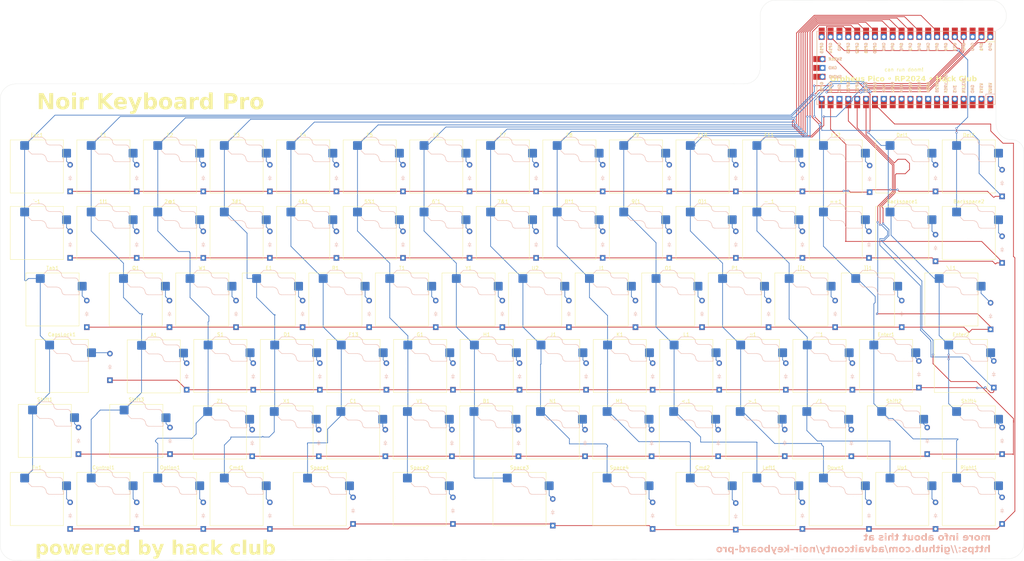
<source format=kicad_pcb>
(kicad_pcb (version 20240108) (generator "pcbnew") (generator_version "8.0")
  (title_block (rev "3") (company "advaitconty"))
  (layers (0 "F.Cu" signal) (31 "B.Cu" signal) (34 "B.Paste" user) (35 "F.Paste" user) (36 "B.SilkS" user "B.Silkscreen") (37 "F.SilkS" user "F.Silkscreen") (38 "B.Mask" user) (39 "F.Mask" user) (44 "Edge.Cuts" user))
  (net 0 "")
  (net 1 "Column 11")
  (net 2 "Net-('\"Diode1-A)")
  (net 3 "Row 3")
  (net 4 "Net-(-_Diode1-A)")
  (net 5 "Row 1")
  (net 6 "Column 10")
  (net 7 "Net-(/?Diode1-A)")
  (net 8 "Net-(0)Diode1-A)")
  (net 9 "Net-(1!Diode1-A)")
  (net 10 "Column 1")
  (net 11 "Column 2")
  (net 12 "Net-(2@Diode1-A)")
  (net 13 "Net-(3#Diode1-A)")
  (net 14 "Column 3")
  (net 15 "Column 4")
  (net 16 "Net-(4$Diode1-A)")
  (net 17 "Net-(5%Diode1-A)")
  (net 18 "Column 5")
  (net 19 "Column 6")
  (net 20 "Net-(6^Diode1-A)")
  (net 21 "Column 7")
  (net 22 "Net-(7&Diode1-A)")
  (net 23 "Column 8")
  (net 24 "Net-(8*Diode1-A)")
  (net 25 "Net-(9(Diode1-A)")
  (net 26 "Column 9")
  (net 27 "Net-(;:Diode1-A)")
  (net 28 "Net-(<,Diode1-A)")
  (net 29 "Column 12")
  (net 30 "Net-(=+Diode1-A)")
  (net 31 "Net-(>.Diode1-A)")
  (net 32 "Net-(ADiode1-A)")
  (net 33 "Net-(BDiode1-A)")
  (net 34 "Column 13")
  (net 35 "Net-(BackspaceDiode1-A)")
  (net 36 "Net-(CDiode1-A)")
  (net 37 "Column 0")
  (net 38 "Net-(CapsLockDiode1-A)")
  (net 39 "Net-(CmdDiode1-A)")
  (net 40 "Net-(CmdDiode2-A)")
  (net 41 "Row 5")
  (net 42 "Net-(ControlDiode1-A)")
  (net 43 "Net-(DDiode1-A)")
  (net 44 "Net-(DelDiode1-A)")
  (net 45 "Row 0")
  (net 46 "Net-(DownDiode1-A)")
  (net 47 "Net-(EDiode1-A)")
  (net 48 "Row 2")
  (net 49 "Net-(EnterDiode1-A)")
  (net 50 "Net-(EscDiode1-A)")
  (net 51 "Net-(F1Diode1-A)")
  (net 52 "Net-(F2Diode1-A)")
  (net 53 "Net-(F3Diode1-A)")
  (net 54 "Net-(F4Diode1-A)")
  (net 55 "Net-(F5Diode1-A)")
  (net 56 "Net-(F6Diode1-A)")
  (net 57 "Net-(F7Diode1-A)")
  (net 58 "Net-(F8Diode1-A)")
  (net 59 "Net-(F9Diode1-A)")
  (net 60 "Net-(F10Diode1-A)")
  (net 61 "Net-(F11Diode1-A)")
  (net 62 "Net-(F12Diode1-A)")
  (net 63 "Net-(FDiode1-A)")
  (net 64 "Net-(FnDiode1-A)")
  (net 65 "Net-(GDiode1-A)")
  (net 66 "Net-(HDiode1-A)")
  (net 67 "Net-(IDiode1-A)")
  (net 68 "Net-(JDiode1-A)")
  (net 69 "Net-(KDiode1-A)")
  (net 70 "Net-(LDiode1-A)")
  (net 71 "Net-(LeftDiode1-A)")
  (net 72 "Net-(MDiode1-A)")
  (net 73 "Net-(NDiode1-A)")
  (net 74 "Net-(ODiode1-A)")
  (net 75 "Net-(OptionDiode1-A)")
  (net 76 "Net-(PDiode1-A)")
  (net 77 "Net-(QDiode1-A)")
  (net 78 "Net-(RDiode1-A)")
  (net 79 "Net-(RightDiode1-A)")
  (net 80 "Net-(SDiode1-A)")
  (net 81 "Net-(ShiftDiode1-A)")
  (net 82 "Net-(ShiftDiode2-A)")
  (net 83 "Net-(SpaceDiode1-A)")
  (net 84 "Net-(TDiode1-A)")
  (net 85 "Net-(TabDiode1-A)")
  (net 108 "Net-(UDiode1-A)")
  (net 109 "Net-(UpDiode1-A)")
  (net 110 "Net-(VDiode1-A)")
  (net 111 "Net-(WDiode1-A)")
  (net 112 "Net-(XDiode1-A)")
  (net 113 "Net-(YDiode1-A)")
  (net 114 "Net-(ZDiode1-A)")
  (net 115 "Net-([{Diode1-A)")
  (net 116 "Net-(\\|Diode1-A)")
  (net 117 "Net-(]}Diode1-A)")
  (net 118 "Net-(`~Diode1-A)")
  (net 119 "Row 4")
  (net 120 "Net-(EnterDiode2-A)")
  (net 121 "Net-(ShiftDiode3-A)")
  (net 122 "Net-(ShiftDiode4-A)")
  (net 123 "Net-(SpaceDiode2-A)")
  (net 124 "Net-(SpaceDiode3-A)")
  (net 125 "Net-(SpaceDiode4-A)")
  (net 126 "Net-(BackspaceDiode2-A)")
  (net 127 "Column 14")
  (net 128 "Net-(DelDiode2-A)")
  (footprint "ScottoKeebs_Hotswap:Hotswap_Choc_V1_1.00u" (layer "F.Cu") (at 257.175 152.4)
    (property "Reference" "Up1")
    (property "Value" "Keyswitch")
  )
  (footprint "ScottoKeebs_Hotswap:Hotswap_Choc_V1_1.00u" (layer "F.Cu") (at 66.675 152.4)
    (property "Reference" "Cmd1")
    (property "Value" "Keyswitch")
  )
  (footprint "ScottoKeebs_Hotswap:Hotswap_Choc_V1_1.00u" (layer "F.Cu") (at 257.175 57.15)
    (property "Reference" "Del1")
    (property "Value" "Keyswitch")
  )
  (footprint "ScottoKeebs_Hotswap:Hotswap_Choc_V1_1.00u" (layer "F.Cu") (at 257.175 76.2)
    (property "Reference" "Backspace1")
    (property "Value" "Keyswitch")
  )
  (footprint "ScottoKeebs_Hotswap:Hotswap_Choc_V1_1.00u" (layer "F.Cu") (at 233.4875 114.3)
    (property "Reference" "'\"1")
    (property "Value" "Keyswitch")
  )
  (footprint "ScottoKeebs_Hotswap:Hotswap_Choc_V1_1.25u" (layer "F.Cu") (at 273.96875 114.3)
    (property "Reference" "Enter2")
    (property "Value" "Keyswitch")
  )
  (footprint "ScottoKeebs_Hotswap:Hotswap_Choc_V1_1.00u" (layer "F.Cu") (at 47.625 152.4)
    (property "Reference" "Option1")
    (property "Value" "Keyswitch")
  )
  (footprint "ScottoKeebs_Hotswap:Hotswap_Choc_V1_1.00u" (layer "F.Cu") (at 37.8125 95.25)
    (property "Reference" "Q1")
    (property "Value" "Keyswitch")
  )
  (footprint "ScottoKeebs_Hotswap:Hotswap_Choc_V1_1.00u" (layer "F.Cu") (at 104.775 76.2)
    (property "Reference" "5%1")
    (property "Value" "Keyswitch")
  )
  (footprint "ScottoKeebs_Hotswap:Hotswap_Choc_V1_1.00u" (layer "F.Cu") (at 28.575 76.2)
    (property "Reference" "1!1")
    (property "Value" "Keyswitch")
  )
  (footprint "ScottoKeebs_Hotswap:Hotswap_Choc_V1_1.00u" (layer "F.Cu") (at 233.3625 133.35)
    (property "Reference" "/1")
    (property "Value" "Keyswitch")
  )
  (footprint "ScottoKeebs_Hotswap:Hotswap_Choc_V1_1.00u" (layer "F.Cu") (at 219.075 76.2)
    (property "Reference" "-_1")
    (property "Value" "Keyswitch")
  )
  (footprint "ScottoKeebs_Hotswap:Hotswap_Choc_V1_1.00u" (layer "F.Cu") (at 100.1375 114.3)
    (property "Reference" "F13")
    (property "Value" "Keyswitch")
  )
  (footprint "ScottoKeebs_Hotswap:Hotswap_Choc_V1_1.00u" (layer "F.Cu") (at 28.575 152.4)
    (property "Reference" "Control1")
    (property "Value" "Keyswitch")
  )
  (footprint "ScottoKeebs_Hotswap:Hotswap_Choc_V1_1.00u" (layer "F.Cu") (at 62.0375 114.3)
    (property "Reference" "S1")
    (property "Value" "Keyswitch")
  )
  (footprint "ScottoKeebs_Hotswap:Hotswap_Choc_V1_1.00u" (layer "F.Cu") (at 104.775 57.15)
    (property "Reference" "F5")
    (property "Value" "Keyswitch")
  )
  (footprint "ScottoKeebs_Hotswap:Hotswap_Choc_V1_1.00u" (layer "F.Cu") (at 152.1125 95.25)
    (property "Reference" "U2")
    (property "Value" "Keyswitch")
  )
  (footprint "ScottoKeebs_Hotswap:Hotswap_Choc_V1_1.00u" (layer "F.Cu") (at 123.825 76.2)
    (property "Reference" "6^1")
    (property "Value" "Keyswitch")
  )
  (footprint "ScottoKeebs_Hotswap:Hotswap_Choc_V1_1.00u" (layer "F.Cu") (at 200.025 152.4)
    (property "Reference" "Cmd2")
    (property "Value" "Keyswitch")
  )
  (footprint "ScottoKeebs_Hotswap:Hotswap_Choc_V1_1.00u" (layer "F.Cu") (at 138.2375 114.3)
    (property "Reference" "H1")
    (property "Value" "Keyswitch")
  )
  (footprint "MountingHole:MountingHole_2.2mm_M2" (layer "F.Cu") (at 3.5 165.5)
    (property "Reference" "REF**" (hide yes))
    (property "Value" "MountingHole_2.2mm_M2" (hide yes))
  )
  (footprint "ScottoKeebs_Hotswap:Hotswap_Choc_V1_1.00u" (layer "F.Cu") (at 195.3875 114.3)
    (property "Reference" "L1")
    (property "Value" "Keyswitch")
  )
  (footprint "ScottoKeebs_Hotswap:Hotswap_Choc_V1_1.00u" (layer "F.Cu") (at 75.9125 95.25)
    (property "Reference" "E1")
    (property "Value" "Keyswitch")
  )
  (footprint "ScottoKeebs_MCU:Raspberry_Pi_Pico" (layer "F.Cu") (at 258.25 28.93 -90)
    (property "Reference" "U1" (hide yes))
    (property "Value" "Raspberry_Pi_Pico" (hide yes))
  )
  (footprint "ScottoKeebs_Hotswap:Hotswap_Choc_V1_1.00u" (layer "F.Cu") (at 123.825 57.15)
    (property "Reference" "F6")
    (property "Value" "Keyswitch")
  )
  (footprint "ScottoKeebs_Hotswap:Hotswap_Choc_V1_1.00u" (layer "F.Cu") (at 138.1125 133.35)
    (property "Reference" "B1")
    (property "Value" "Keyswitch")
  )
  (footprint "ScottoKeebs_Hotswap:Hotswap_Choc_V1_1.00u" (layer "F.Cu") (at 252.5375 114.3)
    (property "Reference" "Enter1")
    (property "Value" "Keyswitch")
  )
  (footprint "ScottoKeebs_Hotswap:Hotswap_Choc_V1_1.00u" (layer "F.Cu") (at 219.075 152.4)
    (property "Reference" "Left1")
    (property "Value" "Keyswitch")
  )
  (footprint "ScottoKeebs_Hotswap:Hotswap_Choc_V1_1.25u" (layer "F.Cu") (at 11.8 132.9)
    (property "Reference" "Shift1")
    (property "Value" "Keyswitch")
  )
  (footprint "ScottoKeebs_Hotswap:Hotswap_Choc_V1_1.00u" (layer "F.Cu") (at 176.2125 133.35)
    (property "Reference" "M1")
    (property "Value" "Keyswitch")
  )
  (footprint "ScottoKeebs_Hotswap:Hotswap_Choc_V1_1.00u" (layer "F.Cu") (at 214.4375 114.3)
    (property "Reference" ";:1")
    (property "Value" "Keyswitch")
  )
  (footprint "ScottoKeebs_Hotswap:Hotswap_Choc_V1_1.00u" (layer "F.Cu") (at 157.1625 133.35)
    (property "Reference" "N1")
    (property "Value" "Keyswitch")
  )
  (footprint "ScottoKeebs_Hotswap:Hotswap_Choc_V1_1.50u" (layer "F.Cu") (at 147.6375 152.4)
    (property "Reference" "Space3")
    (property "Value" "Keyswitch")
  )
  (footprint "ScottoKeebs_Hotswap:Hotswap_Choc_V1_1.00u" (layer "F.Cu") (at 200.025 57.15)
    (property "Reference" "F10")
    (property "Value" "Keyswitch")
  )
  (footprint "MountingHole:MountingHole_2.2mm_M2" (layer "F.Cu") (at 221 14)
    (property "Reference" "REF**" (hide yes))
    (property "Value" "MountingHole_2.2mm_M2" (hide yes))
  )
  (footprint "ScottoKeebs_Hotswap:Hotswap_Choc_V1_1.00u" (layer "F.Cu") (at 209.2625 95.25)
    (property "Reference" "P1")
    (property "Value" "Keyswitch")
  )
  (footprint "ScottoKeebs_Hotswap:Hotswap_Choc_V1_1.00u" (layer "F.Cu") (at 28.575 57.15)
    (property "Reference" "F1")
    (property "Value" "Keyswitch")
  )
  (footprint "ScottoKeebs_Hotswap:Hotswap_Choc_V1_1.00u" (layer "F.Cu") (at 176.3375 114.3)
    (property "Reference" "K1")
    (property "Value" "Keyswitch")
  )
  (footprint "ScottoKeebs_Hotswap:Hotswap_Choc_V1_1.00u" (layer "F.Cu") (at 142.875 76.2)
    (property "Reference" "7&1")
    (property "Value" "Keyswitch")
  )
  (footprint "ScottoKeebs_Hotswap:Hotswap_Choc_V1_1.00u" (layer "F.Cu") (at 195.2625 133.35)
    (property "Reference" "<,1")
    (property "Value" "Keyswitch")
  )
  (footprint "ScottoKeebs_Hotswap:Hotswap_Choc_V1_1.00u" (layer "F.Cu") (at 9.525 76.2)
    (property "Reference" "`~1")
    (property "Value" "Keyswitch")
  )
  (footprint "ScottoKeebs_Hotswap:Hotswap_Choc_V1_1.00u" (layer "F.Cu") (at 238.125 76.2)
    (property "Reference" "=+1")
    (property "Value" "Keyswitch")
  )
  (footprint "ScottoKeebs_Hotswap:Hotswap_Choc_V1_1.00u" (layer "F.Cu") (at 161.925 57.15)
    (property "Reference" "F8")
    (property "Value" "Keyswitch")
  )
  (footprint "ScottoKeebs_Hotswap:Hotswap_Choc_V1_1.00u" (layer "F.Cu") (at 47.625 76.2)
    (property "Reference" "2@1")
    (property "Value" "Keyswitch")
  )
  (footprint "ScottoKeebs_Hotswap:Hotswap_Choc_V1_1.50u" (layer "F.Cu") (at 14 95.25)
    (property "Reference" "Tab1")
    (property "Value" "Keyswitch")
  )
  (footprint "ScottoKeebs_Hotswap:Hotswap_Choc_V1_1.00u" (layer "F.Cu") (at 161.925 76.2)
    (property "Reference" "8*1")
    (property "Value" "Keyswitch")
  )
  (footprint "ScottoKeebs_Hotswap:Hotswap_Choc_V1_1.00u" (layer "F.Cu") (at 276.225 76.2)
    (property "Reference" "Backspace2")
    (property "Value" "Keyswitch")
  )
  (footprint "ScottoKeebs_Hotswap:Hotswap_Choc_V1_1.00u" (layer "F.Cu") (at 81.0875 114.3)
    (property "Reference" "D1")
    (property "Value" "Keyswitch")
  )
  (footprint "ScottoKeebs_Hotswap:Hotswap_Choc_V1_1.75u" (layer "F.Cu") (at 16.66875 114.3)
    (property "Reference" "CapsLock1")
    (property "Value" "Keyswitch")
  )
  (footprint "ScottoKeebs_Hotswap:Hotswap_Choc_V1_1.00u" (layer "F.Cu") (at 66.675 76.2)
    (property "Reference" "3#1")
    (property "Value" "Keyswitch")
  )
  (footprint "ScottoKeebs_Hotswap:Hotswap_Choc_V1_1.00u" (layer "F.Cu") (at 9.525 57.15)
    (property "Reference" "Esc1")
    (property "Value" "Keyswitch")
  )
  (footprint "ScottoKeebs_Hotswap:Hotswap_Choc_V1_1.00u" (layer "F.Cu") (at 47.625 57.15)
    (property "Reference" "F2")
    (property "Value" "Keyswitch")
  )
  (footprint "ScottoKeebs_Hotswap:Hotswap_Choc_V1_1.00u" (layer "F.Cu") (at 276.225 57.15)
    (property "Reference" "Del2")
    (property "Value" "Keyswitch")
  )
  (footprint "ScottoKeebs_Hotswap:Hotswap_Choc_V1_1.00u" (layer "F.Cu") (at 114.0125 95.25)
    (property "Reference" "T1")
    (property "Value" "Keyswitch")
  )
  (footprint "ScottoKeebs_Hotswap:Hotswap_Choc_V1_1.00u" (layer "F.Cu") (at 119.1875 114.3)
    (property "Reference" "G1")
    (property "Value" "Keyswitch")
  )
  (footprint "ScottoKeebs_Hotswap:Hotswap_Choc_V1_1.50u" (layer "F.Cu") (at 176.2125 152.4)
    (property "Reference" "Space4")
    (property "Value" "Keyswitch")
  )
  (footprint "ScottoKeebs_Hotswap:Hotswap_Choc_V1_1.00u" (layer "F.Cu") (at 80.9625 133.35)
    (property "Reference" "X1")
    (property "Value" "Keyswitch")
  )
  (footprint "ScottoKeebs_Hotswap:Hotswap_Choc_V1_1.00u" (layer "F.Cu") (at 200.025 76.2)
    (property "Reference" "0)1")
    (property "Value" "Keyswitch")
  )
  (footprint "ScottoKeebs_Hotswap:Hotswap_Choc_V1_1.25u" (layer "F.Cu") (at 254.79375 133.35)
    (property "Reference" "Shift2")
    (property "Value" "Keyswitch")
  )
  (footprint "MountingHole:MountingHole_2.2mm_M2" (layer "F.Cu") (at 221 38)
    (property "Reference" "REF**" (hide yes))
    (property "Value" "MountingHole_2.2mm_M2" (hide yes))
  )
  (footprint "ScottoKeebs_Hotswap:Hotswap_Choc_V1_1.50u" (layer "F.Cu") (at 90.4875 152.42)
    (property "Reference" "Space1")
    (property "Value" "Keyswitch")
  )
  (footprint "ScottoKeebs_Hotswap:Hotswap_Choc_V1_1.00u" (layer "F.Cu") (at 214.3125 133.35)
    (property "Reference" ">.1")
    (property "Value" "Keyswitch")
  )
  (footprint "ScottoKeebs_Hotswap:Hotswap_Choc_V1_1.00u" (layer "F.Cu") (at 85.725 57.15)
    (property "Reference" "F4")
    (property "Value" "Keyswitch")
  )
  (footprint "MountingHole:MountingHole_2.2mm_M2" (layer "F.Cu") (at 4 38)
    (property "Reference" "REF**" (hide yes))
    (property "Value" "MountingHole_2.2mm_M2" (hide yes))
  )
  (footprint "MountingHole:MountingHole_2.2mm_M2" (layer "F.Cu") (at 287.5 165)
    (property "Reference" "REF**" (hide yes))
    (property "Value" "MountingHole_2.2mm_M2" (hide yes))
  )
  (footprint "ScottoKeebs_Hotswap:Hotswap_Choc_V1_1.00u" (layer "F.Cu") (at 66.675 57.15)
    (property "Reference" "F3")
    (property "Value" "Keyswitch")
  )
  (footprint "ScottoKeebs_Hotswap:Hotswap_Choc_V1_1.00u" (layer "F.Cu") (at 157.2875 114.3)
    (property "Reference" "J1")
    (property "Value" "Keyswitch")
  )
  (footprint "ScottoKeebs_Hotswap:Hotswap_Choc_V1_1.00u" (layer "F.Cu") (at 238.125 152.4)
    (property "Reference" "Down1")
    (property "Value" "Keyswitch")
  )
  (footprint "ScottoKeebs_Hotswap:Hotswap_Choc_V1_1.00u" (layer "F.Cu") (at 190.2125 95.25)
    (property "Reference" "O1")
    (property "Value" "Keyswitch")
  )
  (footprint "ScottoKeebs_Hotswap:Hotswap_Choc_V1_1.00u" (layer "F.Cu") (at 56.8625 95.25)
    (property "Reference" "W1")
    (property "Value" "Keyswitch")
  )
  (footprint "MountingHole:MountingHole_2.2mm_M2" (layer "F.Cu") (at 143 165)
    (property "Reference" "REF**" (hide yes))
    (property "Value" "MountingHole_2.2mm_M2" (hide yes))
  )
  (footprint "ScottoKeebs_Hotswap:Hotswap_Choc_V1_1.00u" (layer "F.Cu") (at 180.975 76.2)
    (property "Reference" "9(1")
    (property "Value" "Keyswitch")
  )
  (footprint "ScottoKeebs_Hotswap:Hotswap_Choc_V1_1.00u" (layer "F.Cu") (at 119.0625 133.35)
    (property "Reference" "V1")
    (property "Value" "Keyswitch")
  )
  (footprint "ScottoKeebs_Hotswap:Hotswap_Choc_V1_1.50u" (layer "F.Cu") (at 271.2425 95.25)
    (property "Reference" "\\|1")
    (property "Value" "Keyswitch")
  )
  (footprint "ScottoKeebs_Hotswap:Hotswap_Choc_V1_1.00u" (layer "F.Cu") (at 180.975 57.15)
    (property "Reference" "F9")
    (property "Value" "Keyswitch")
  )
  (footprint "ScottoKeebs_Hotswap:Hotswap_Choc_V1_1.50u" (layer "F.Cu") (at 119.0625 152.4)
    (property "Reference" "Space2")
    (property "Value" "Keyswitch")
  )
  (footprint "ScottoKeebs_Hotswap:Hotswap_Choc_V1_1.00u" (layer "F.Cu") (at 100.0125 133.35)
    (property "Reference" "C1")
    (property "Value" "Keyswitch")
  )
  (footprint "MountingHole:MountingHole_2.2mm_M2" (layer "F.Cu") (at 125.91 38)
    (property "Reference" "REF**" (hide yes))
    (property "Value" "MountingHole_2.2mm_M2" (hide yes))
  )
  (footprint "ScottoKeebs_Hotswap:Hotswap_Choc_V1_1.00u" (layer "F.Cu") (at 142.875 57.15)
    (property "Reference" "F7")
    (property "Value" "Keyswitch")
  )
  (footprint "ScottoKeebs_Hotswap:Hotswap_Choc_V1_1.00u" (layer "F.Cu") (at 42.9875 114.4)
    (property "Reference" "A1")
    (property "Value" "Keyswitch")
  )
  (footprint "ScottoKeebs_Hotswap:Hotswap_Choc_V1_1.00u" (layer "F.Cu") (at 276.225 152.4)
    (property "Reference" "Right1")
    (property "Value" "Keyswitch")
  )
  (footprint "ScottoKeebs_Hotswap:Hotswap_Choc_V1_1.50u" (layer "F.Cu") (at 37.99375 132.92)
    (property "Reference" "Shift3")
    (property "Value" "Keyswitch")
  )
  (footprint "ScottoKeebs_Hotswap:Hotswap_Choc_V1_1.00u" (layer "F.Cu") (at 9.525 152.4)
    (property "Reference" "Fn1")
    (property "Value" "Keyswitch")
  )
  (footprint "ScottoKeebs_Hotswap:Hotswap_Choc_V1_1.00u" (layer "F.Cu") (at 228.3125 95.25)
    (property "Reference" "[{1")
    (property "Value" "Keyswitch")
  )
  (footprint "ScottoKeebs_Hotswap:Hotswap_Choc_V1_1.00u" (layer "F.Cu") (at 171.1625 95.25)
    (property "Reference" "I1")
    (property "Value" "Keyswitch")
  )
  (footprint "ScottoKeebs_Hotswap:Hotswap_Choc_V1_1.00u" (layer "F.Cu") (at 219.075 57.15)
    (property "Reference" "F11")
    (property "Value" "Keyswitch")
  )
  (footprint "ScottoKeebs_Hotswap:Hotswap_Choc_V1_1.00u" (layer "F.Cu") (at 133.0625 95.25)
    (property "Reference" "Y1")
    (property "Value" "Keyswitch")
  )
  (footprint "ScottoKeebs_Hotswap:Hotswap_Choc_V1_1.00u" (layer "F.Cu") (at 94.9625 95.25)
    (property "Reference" "R1")
    (property "Value" "Keyswitch")
  )
  (footprint "ScottoKeebs_Hotswap:Hotswap_Choc_V1_1.00u" (layer "F.Cu") (at 276.225 133.35)
    (property "Reference" "Shift4")
    (property "Value" "Keyswitch")
  )
  (footprint "ScottoKeebs_Hotswap:Hotswap_Choc_V1_1.00u" (layer "F.Cu") (at 238.125 57.15)
    (property "Reference" "F12")
    (property "Value" "Keyswitch")
  )
  (footprint "ScottoKeebs_Hotswap:Hotswap_Choc_V1_1.00u" (layer "F.Cu") (at 61.9125 133.35)
    (property "Reference" "Z1")
    (property "Value" "Keyswitch")
  )
  (footprint "MountingHole:MountingHole_2.2mm_M2" (layer "F.Cu") (at 282.5 14)
    (property "Reference" "REF**" (hide yes))
    (property "Value" "MountingHole_2.2mm_M2" (hide yes))
  )
  (footprint "ScottoKeebs_Hotswap:Hotswap_Choc_V1_1.00u" (layer "F.Cu") (at 247.3625 95.25)
    (property "Reference" "]}1")
    (property "Value" "Keyswitch")
  )
  (footprint "ScottoKeebs_Hotswap:Hotswap_Choc_V1_1.00u" (layer "F.Cu") (at 85.725 76.2)
    (property "Reference" "4$1")
    (property "Value" "Keyswitch")
  )
  (footprint "ScottoKeebs_Components:Diode_DO-35" (layer "B.Cu") (at 180.825 103.1825 90)
    (property "Reference" "IDiode1" (hide yes))
    (property "Value" "Diode" (hide yes))
  )
  (footprint "ScottoKeebs_Components:Diode_DO-35" (layer "B.Cu") (at 223.55 140.13 90)
    (property "Reference" ">.Diode1" (hide yes))
    (property "Value" "Diode" (hide yes))
  )
  (footprint "ScottoKeebs_Components:Diode_DO-35" (layer "B.Cu") (at 237.975 103.1825 90)
    (property "Reference" "[{Diode1" (hide yes))
    (property "Value" "Diode" (hide yes))
  )
  (footprint "ScottoKeebs_Components:Diode_DO-35" (layer "B.Cu") (at 19.05 83.34375 90)
    (property "Reference" "`~Diode1" (hide yes))
    (property "Value" "Diode" (hide yes))
  )
  (footprint "ScottoKeebs_Components:Diode_DO-35" (layer "B.Cu") (at 261.9375 120.49125 90)
    (property "Reference" "EnterDiode1" (hide yes))
    (property "Value" "Diode" (hide yes))
  )
  (footprint "ScottoKeebs_Components:Diode_DO-35" (layer "B.Cu") (at 166.4 140.16 90)
    (property "Reference" "NDiode1" (hide yes))
    (property "Value" "Diode" (hide yes))
  )
  (footprint "ScottoKeebs_Components:Diode_DO-35" (layer "B.Cu") (at 47.625 139.54125 90)
    (property "Reference" "ShiftDiode3" (hide yes))
    (property "Value" "Diode" (hide yes))
  )
  (footprint "ScottoKeebs_Components:Diode_DO-35" (layer "B.Cu") (at 247.65 83.34375 90)
    (property "Reference" "=+Diode1" (hide yes))
    (property "Value" "Diode" (hide yes))
  )
  (footprint "ScottoKeebs_Components:Diode_DO-35" (layer "B.Cu") (at 161.775 103.1825 90)
    (property "Reference" "UDiode1" (hide yes))
    (property "Value" "Diode" (hide yes))
  )
  (footprint "ScottoKeebs_Components:Diode_DO-35" (layer "B.Cu") (at 100.0125 159.54375 90)
    (property "Reference" "SpaceDiode1" (hide yes))
    (property "Value" "Diode" (hide yes))
  )
  (footprint "ScottoKeebs_Components:Diode_DO-35" (layer "B.Cu") (at 47.475 103.1825 90)
    (property "Reference" "QDiode1" (hide yes))
    (property "Value" "Diode" (hide yes))
  )
  (footprint "ScottoKeebs_Components:Diode_DO-35" (layer "B.Cu") (at 38.1 83.34375 90)
    (property "Reference" "1!Diode1" (hide yes))
    (property "Value" "Diode" (hide yes))
  )
  (footprint "ScottoKeebs_Components:Diode_DO-35" (layer "B.Cu") (at 209.55 83.34375 90)
    (property "Reference" "0)Diode1" (hide yes))
    (property "Value" "Diode" (hide yes))
  )
  (footprint "ScottoKeebs_Components:Diode_DO-35" (layer "B.Cu") (at 218.925 103.1825 90)
    (property "Reference" "PDiode1" (hide yes))
    (property "Value" "Diode" (hide yes))
  )
  (footprint "ScottoKeebs_Components:Diode_DO-35" (layer "B.Cu") (at 285.75 65.7225 90)
    (property "Reference" "DelDiode2" (hide yes))
    (property "Value" "Diode" (hide yes))
  )
  (footprint "ScottoKeebs_Components:Diode_DO-35" (layer "B.Cu") (at 114.3 83.34375 90)
    (property "Reference" "5%Diode1" (hide yes))
    (property "Value" "Diode" (hide yes))
  )
  (footprint "ScottoKeebs_Components:Diode_DO-35" (layer "B.Cu") (at 71.45 121.11 90)
    (property "Reference" "SDiode1" (hide yes))
    (property "Value" "Diode" (hide yes))
  )
  (footprint "ScottoKeebs_Components:Diode_DO-35" (layer "B.Cu") (at 185.7375 160.9725 90)
    (property "Reference" "SpaceDiode4" (hide yes))
    (property "Value" "Diode" (hide yes))
  )
  (footprint "ScottoKeebs_Components:Diode_DO-35" (layer "B.Cu") (at 266.7 84.29625 90)
    (property "Reference" "BackspaceDiode1" (hide yes))
    (property "Value" "Diode" (hide yes))
  )
  (footprint "ScottoKeebs_Components:Diode_DO-35" (layer "B.Cu") (at 190.5 64.29375 90)
    (property "Reference" "F9Diode1" (hide yes))
    (property "Value" "Diode" (hide yes))
  )
  (footprint "ScottoKeebs_Components:Diode_DO-35" (layer "B.Cu") (at 85.575 103.1825 90)
    (property "Reference" "EDiode1" (hide yes))
    (property "Value" "Diode" (hide yes))
  )
  (footprint "ScottoKeebs_Components:Diode_DO-35" (layer "B.Cu") (at 38.1 160.9725 90)
    (property "Reference" "ControlDiode1" (hide yes))
    (property "Value" "Diode" (hide yes))
  )
  (footprint "ScottoKeebs_Components:Diode_DO-35" (layer "B.Cu") (at 264.31875 139.54125 90)
    (property "Reference" "ShiftDiode2" (hide yes))
    (property "Value" "Diode" (hide yes))
  )
  (footprint "ScottoKeebs_Components:Diode_DO-35" (layer "B.Cu") (at 209.55 64.29375 90)
    (property "Reference" "F10Diode1" (hide yes))
    (property "Value" "Diode" (hide yes))
  )
  (footprint "ScottoKeebs_Components:Diode_DO-35" (layer "B.Cu") (at 76.2 64.29375 90)
    (property "Reference" "F3Diode1" (hide yes))
    (property "Value" "Diode" (hide yes))
  )
  (footprint "ScottoKeebs_Components:Diode_DO-35" (layer "B.Cu") (at 21.43125 139.54125 90)
    (property "Reference" "ShiftDiode1" (hide yes))
    (property "Value" "Diode" (hide yes))
  )
  (footprint "ScottoKeebs_Components:Diode_DO-35" (layer "B.Cu") (at 19.05 64.29375 90)
    (property "Reference" "EscDiode1" (hide yes))
    (property "Value" "Diode" (hide yes))
  )
  (footprint "ScottoKeebs_Components:Diode_DO-35" (layer "B.Cu") (at 147.65 121.11 90)
    (property "Reference" "HDiode1" (hide yes))
    (property "Value" "Diode" (hide yes))
  )
  (footprint "ScottoKeebs_Components:Diode_DO-35" (layer "B.Cu") (at 204.8 121.11 90)
    (property "Reference" "LDiode1" (hide yes))
    (property "Value" "Diode" (hide yes))
  )
  (footprint "ScottoKeebs_Components:Diode_DO-35" (layer "B.Cu") (at 128.3 140.16 90)
    (property "Reference" "VDiode1" (hide yes))
    (property "Value" "Diode" (hide yes))
  )
  (footprint "ScottoKeebs_Components:Diode_DO-35" (layer "B.Cu") (at 133.35 64.29375 90)
    (property "Reference" "F6Diode1" (hide yes))
    (property "Value" "Diode" (hide yes))
  )
  (footprint "ScottoKeebs_Components:Diode_DO-35" (layer "B.Cu") (at 185.75 121.11 90)
    (property "Reference" "KDiode1" (hide yes))
    (property "Value" "Diode" (hide yes))
  )
  (footprint "ScottoKeebs_Components:Diode_DO-35" (layer "B.Cu") (at 285.75 84.7725 90)
    (property "Reference" "BackspaceDiode2" (hide yes))
    (property "Value" "Diode" (hide yes))
  )
  (footprint "ScottoKeebs_Components:Diode_DO-35" (layer "B.Cu") (at 123.675 103.1825 90)
    (property "Reference" "TDiode1" (hide yes))
    (property "Value" "Diode" (hide yes))
  )
  (footprint "ScottoKeebs_Components:Diode_DO-35" (layer "B.Cu") (at 185.45 140.16 90)
    (property "Reference" "MDiode1" (hide yes))
    (property "Value" "Diode" (hide yes))
  )
  (footprint "ScottoKeebs_Components:Diode_DO-35" (layer "B.Cu") (at 38.1 64.29375 90)
    (property "Reference" "F1Diode1" (hide yes))
    (property "Value" "Diode" (hide yes))
  )
  (footprint "ScottoKeebs_Components:Diode_DO-35" (layer "B.Cu") (at 19.05 160.9725 90)
    (property "Reference" "FnDiode1" (hide yes))
    (property "Value" "Diode" (hide yes))
  )
  (footprint "ScottoKeebs_Components:Diode_DO-35" (layer "B.Cu") (at 285.75 139.54125 90)
    (property "Reference" "ShiftDiode4" (hide yes))
    (property "Value" "Diode" (hide yes))
  )
  (footprint "ScottoKeebs_Components:Diode_DO-35" (layer "B.Cu") (at 152.4 64.29375 90)
    (property "Reference" "F7Diode1" (hide yes))
    (property "Value" "Diode" (hide yes))
  )
  (footprint "ScottoKeebs_Components:Diode_DO-35" (layer "B.Cu") (at 90.2 140.16 90)
    (property "Reference" "XDiode1" (hide yes))
    (property "Value" "Diode" (hide yes))
  )
  (footprint "ScottoKeebs_Components:Diode_DO-35" (layer "B.Cu") (at 66.525 103.1825 90)
    (property "Reference" "WDiode1" (hide yes))
    (property "Value" "Diode" (hide yes))
  )
  (footprint "ScottoKeebs_Components:Diode_DO-35" (layer "B.Cu") (at 90.5 121.11 90)
    (property "Reference" "DDiode1" (hide yes))
    (property "Value" "Diode" (hide yes))
  )
  (footprint "ScottoKeebs_Components:Diode_DO-35" (layer "B.Cu") (at 190.5 83.34375 90)
    (property "Reference" "9(Diode1" (hide yes))
    (property "Value" "Diode" (hide yes))
  )
  (footprint "ScottoKeebs_Components:Diode_DO-35" (layer "B.Cu") (at 76.2 83.34375 90)
    (property "Reference" "3#Diode1" (hide yes))
    (property "Value" "Diode" (hide yes))
  )
  (footprint "ScottoKeebs_Components:Diode_DO-35" (layer "B.Cu") (at 133.35 83.34375 90)
    (property "Reference" "6^Diode1" (hide yes))
    (property "Value" "Diode" (hide yes))
  )
  (footprint "ScottoKeebs_Components:Diode_DO-35" (layer "B.Cu") (at 57.15 83.34375 90)
    (property "Reference" "2@Diode1" (hide yes))
    (property "Value" "Diode" (hide yes))
  )
  (footprint "ScottoKeebs_Components:Diode_DO-35" (layer "B.Cu") (at 95.25 64.29375 90)
    (property "Reference" "F4Diode1" (hide yes))
    (property "Value" "Diode" (hide yes))
  )
  (footprint "ScottoKeebs_Components:Diode_DO-35" (layer "B.Cu") (at 247.84 64.50375 90)
    (property "Reference" "F12Diode1" (hide yes))
    (property "Value" "Diode" (hide yes))
  )
  (footprint "ScottoKeebs_Components:Diode_DO-35" (layer "B.Cu") (at 114.3 64.29375 90)
    (property "Reference" "F5Diode1" (hide yes))
    (property "Value" "Diode" (hide yes))
  )
  (footprint "ScottoKeebs_Components:Diode_DO-35" (layer "B.Cu") (at 171.45 83.34375 90)
    (property "Reference" "8*Diode1" (hide yes))
    (property "Value" "Diode" (hide yes))
  )
  (footprint "ScottoKeebs_Components:Diode_DO-35" (layer "B.Cu") (at 242.6 140.16 90)
    (property "Reference" "/?Diode1" (hide yes))
    (property "Value" "Diode" (hide yes))
  )
  (footprint "ScottoKeebs_Components:Diode_DO-35" (layer "B.Cu") (at 76.2 160.9725 90)
    (property "Reference" "CmdDiode1" (hide yes))
    (property "Value" "Diode" (hide yes))
  )
  (footprint "ScottoKeebs_Components:Diode_DO-35" (layer "B.Cu") (at 30.44 118.38 90)
    (property "Reference" "CapsLockDiode1" (hide yes))
    (property "Value" "Diode" (hide yes))
  )
  (footprint "ScottoKeebs_Components:Diode_DO-35" (layer "B.Cu") (at 247.65 160.9725 90)
    (property "Reference" "DownDiode1" (hide yes))
    (property "Value" "Diode" (hide yes))
  )
  (footprint "ScottoKeebs_Components:Diode_DO-35" (layer "B.Cu") (at 228.6 160.9725 90)
    (property "Reference" "LeftDiode1" (hide yes))
    (property "Value" "Diode" (hide yes))
  )
  (footprint "ScottoKeebs_Components:Diode_DO-35" (layer "B.Cu") (at 228.6 64.29375 90)
    (property "Reference" "F11Diode1" (hide yes))
    (property "Value" "Diode" (hide yes))
  )
  (footprint "ScottoKeebs_Components:Diode_DO-35" (layer "B.Cu") (at 128.5875 159.54375 90)
    (property "Reference" "SpaceDiode2" (hide yes))
    (property "Value" "Diode" (hide yes))
  )
  (footprint "ScottoKeebs_Components:Diode_DO-35" (layer "B.Cu") (at 266.7 160.9725 90)
    (property "Reference" "UpDiode1" (hide yes))
    (property "Value" "Diode" (hide yes))
  )
  (footprint "ScottoKeebs_Components:Diode_DO-35" (layer "B.Cu") (at 157.1625 160.02 90)
    (property "Reference" "SpaceDiode3" (hide yes))
    (property "Value" "Diode" (hide yes))
  )
  (footprint "ScottoKeebs_Components:Diode_DO-35" (layer "B.Cu") (at 266.7 64.29375 90)
    (property "Reference" "DelDiode1" (hide yes))
    (property "Value" "Diode" (hide yes))
  )
  (footprint "ScottoKeebs_Components:Diode_DO-35" (layer "B.Cu") (at 209.53 161.18 90)
    (property "Reference" "CmdDiode2" (hide yes))
    (property "Value" "Diode" (hide yes))
  )
  (footprint "ScottoKeebs_Components:Diode_DO-35" (layer "B.Cu") (at 57.15 160.9725 90)
    (property "Reference" "OptionDiode1" (hide yes))
    (property "Value" "Diode" (hide yes))
  )
  (footprint "ScottoKeebs_Components:Diode_DO-35" (layer "B.Cu") (at 199.875 103.1825 90)
    (property "Reference" "ODiode1" (hide yes))
    (property "Value" "Diode" (hide yes))
  )
  (footprint "ScottoKeebs_Components:Diode_DO-35" (layer "B.Cu") (at 23.8125 103.1825 90)
    (property "Reference" "TabDiode1" (hide yes))
    (property "Value" "Diode" (hide yes))
  )
  (footprint "ScottoKeebs_Components:Diode_DO-35" (layer "B.Cu") (at 52.4 121.11 90)
    (property "Reference" "ADiode1" (hide yes))
    (property "Value" "Diode" (hide yes))
  )
  (footprint "ScottoKeebs_Components:Diode_DO-35" (layer "B.Cu") (at 95.25 83.34375 90)
    (property "Reference" "4$Diode1" (hide yes))
    (property "Value" "Diode" (hide yes))
  )
  (footprint "ScottoKeebs_Components:Diode_DO-35" (layer "B.Cu") (at 57.15 64.29375 90)
    (property "Reference" "F2Diode1" (hide yes))
    (property "Value" "Diode" (hide yes))
  )
  (footprint "ScottoKeebs_Components:Diode_DO-35" (layer "B.Cu") (at 104.625 103.1825 90)
    (property "Reference" "RDiode1" (hide yes))
    (property "Value" "Diode" (hide yes))
  )
  (footprint "ScottoKeebs_Components:Diode_DO-35" (layer "B.Cu") (at 242.9 121.11 90)
    (property "Reference" "'\"Diode1" (hide yes))
    (property "Value" "Diode" (hide yes))
  )
  (footprint "ScottoKeebs_Components:Diode_DO-35" (layer "B.Cu") (at 142.725 103.1825 90)
    (property "Reference" "YDiode1" (hide yes))
    (property "Value" "Diode" (hide yes))
  )
  (footprint "ScottoKeebs_Components:Diode_DO-35" (layer "B.Cu") (at 283.36875 120.49125 90)
    (property "Reference" "EnterDiode2" (hide yes))
    (property "Value" "Diode" (hide yes))
  )
  (footprint "ScottoKeebs_Components:Diode_DO-35" (layer "B.Cu") (at 128.6 121.11 90)
    (property "Reference" "GDiode1" (hide yes))
    (property "Value" "Diode" (hide yes))
  )
  (footprint "ScottoKeebs_Components:Diode_DO-35" (layer "B.Cu") (at 204.5 140.16 90)
    (property "Reference" "<,Diode1" (hide yes))
    (property "Value" "Diode" (hide yes))
  )
  (footprint "ScottoKeebs_Components:Diode_DO-35" (layer "B.Cu") (at 71.15 140.16 90)
    (property "Reference" "ZDiode1" (hide yes))
    (property "Value" "Diode" (hide yes))
  )
  (footprint "ScottoKeebs_Components:Diode_DO-35" (layer "B.Cu") (at 166.7 121.11 90)
    (property "Reference" "JDiode1" (hide yes))
    (property "Value" "Diode" (hide yes))
  )
  (footprint "ScottoKeebs_Components:Diode_DO-35" (layer "B.Cu") (at 171.45 64.29375 90)
    (property "Reference" "F8Diode1" (hide yes))
    (property "Value" "Diode" (hide yes))
  )
  (footprint "ScottoKeebs_Components:Diode_DO-35" (layer "B.Cu") (at 152.4 83.34375 90)
    (property "Reference" "7&Diode1" (hide yes))
    (property "Value" "Diode" (hide yes))
  )
  (footprint "ScottoKeebs_Components:Diode_DO-35" (layer "B.Cu") (at 285.75 159.54375 90)
    (property "Reference" "RightDiode1" (hide yes))
    (property "Value" "Diode" (hide yes))
  )
  (footprint "ScottoKeebs_Components:Diode_DO-35" (layer "B.Cu") (at 257.025 103.1825 90)
    (property "Reference" "]}Diode1" (hide yes))
    (property "Value" "Diode" (hide yes))
  )
  (footprint "ScottoKeebs_Components:Diode_DO-35" (layer "B.Cu") (at 109.55 121.11 90)
    (property "Reference" "FDiode1" (hide yes))
    (property "Value" "Diode" (hide yes))
  )
  (footprint "ScottoKeebs_Components:Diode_DO-35" (layer "B.Cu") (at 223.85 121.11 90)
    (property "Reference" ";:Diode1" (hide yes))
    (property "Value" "Diode" (hide yes))
  )
  (footprint "ScottoKeebs_Components:Diode_DO-35" (layer "B.Cu") (at 228.6 83.34375 90)
    (property "Reference" "-_Diode1" (hide yes))
    (property "Value" "Diode" (hide yes))
  )
  (footprint "ScottoKeebs_Components:Diode_DO-35" (layer "B.Cu") (at 147.35 140.16 90)
    (property "Reference" "BDiode1" (hide yes))
    (property "Value" "Diode" (hide yes))
  )
  (footprint "ScottoKeebs_Components:Diode_DO-35" (layer "B.Cu") (at 109.25 140.16 90)
    (property "Reference" "CDiode1" (hide yes))
    (property "Value" "Diode" (hide yes))
  )
  (footprint "ScottoKeebs_Components:Diode_DO-35" (layer "B.Cu") (at 282.45 103.8225 90)
    (property "Reference" "\\|Diode1" (hide yes))
    (property "Value" "Diode" (hide yes))
  )
  (gr_line (start 209 33.5) (end 212 33.5) (stroke (width 0.05)) (layer "Edge.Cuts"))
  (gr_arc (start -1 38) (mid 0.318019 34.818019) (end 3.5 33.5) (stroke (width 0.05)) (layer "Edge.Cuts"))
  (gr_arc (start 216.5 14) (mid 217.818019 10.818019) (end 221 9.5) (stroke (width 0.05)) (layer "Edge.Cuts"))
  (gr_arc (start 3.5 170) (mid 0.318019 168.681981) (end -1 165.5) (stroke (width 0.05)) (layer "Edge.Cuts"))
  (gr_line (start 3.5 170) (end 287.5 169.5) (stroke (width 0.05)) (layer "Edge.Cuts"))
  (gr_arc (start 216.5 29) (mid 215.181981 32.181981) (end 212 33.5) (stroke (width 0.05)) (layer "Edge.Cuts"))
  (gr_arc (start 292 165) (mid 290.681981 168.181981) (end 287.5 169.5) (stroke (width 0.05)) (layer "Edge.Cuts"))
  (gr_arc (start 288.5 49.5) (mid 285.318019 48.181981) (end 284 45) (stroke (width 0.05)) (layer "Edge.Cuts"))
  (gr_line (start 216.5 14) (end 216.5 29) (stroke (width 0.05)) (layer "Edge.Cuts"))
  (gr_arc (start 288.5 49.5) (mid 290.974874 50.525126) (end 292 53) (stroke (width 0.05)) (layer "Edge.Cuts"))
  (gr_line (start -1 165.5) (end -1 38) (stroke (width 0.05)) (layer "Edge.Cuts"))
  (gr_line (start 221 9.5) (end 282.5 9.527482) (stroke (width 0.05)) (layer "Edge.Cuts"))
  (gr_line (start 292 53) (end 292 165) (stroke (width 0.05)) (layer "Edge.Cuts"))
  (gr_line (start 284 18.21348) (end 284 45) (stroke (width 0.05)) (layer "Edge.Cuts"))
  (gr_arc (start 282.5 9.527482) (mid 286.907283 13.238899) (end 284 18.21348) (stroke (width 0.05)) (layer "Edge.Cuts"))
  (gr_line (start 3.5 33.5) (end 209 33.5) (stroke (width 0.05)) (layer "Edge.Cuts"))
  (gr_text "more info about this at \nhttps://github.com/advaitconty/noir-keyboard-pro" (at 282.5 168 0) (layer "B.SilkS") (effects (font (size 2 2) (thickness 0.4) (bold yes)) (justify left bottom mirror)))
  (gr_text "powered by hack club" (at 9 169 0) (layer "F.SilkS") (effects (font (size 4 4) (thickness 0.8) (bold yes)) (justify left bottom)))
  (gr_text "Noir Keyboard Pro" (at 9.5 41.5 0) (layer "F.SilkS") (effects (font (size 4.5 4.5) (thickness 0.3) (bold yes)) (justify left bottom)))
  (gr_text "can run doom!" (at 252 30 0) (layer "F.SilkS") (effects (font (size 1 1)) (justify left bottom)))
  (gr_text "Orpheus Pico • RP2024 • Hack Club\n" (at 236.5 33 0) (layer "F.SilkS") (effects (font (size 1.5 1.5) (thickness 0.3) (bold yes)) (justify left bottom)))
  (segment (start 230.8 18.45) (end 230.8 42.84) (width 0.2) (layer "F.Cu") (net 1))
  (segment (start 244.6 16.26) (end 232.99 16.26) (width 0.2) (layer "F.Cu") (net 1))
  (segment (start 246.82 18.48) (end 244.6 16.26) (width 0.2) (layer "F.Cu") (net 1))
  (segment (start 232.99 16.26) (end 230.8 18.45) (width 0.2) (layer "F.Cu") (net 1))
  (segment (start 246.82 20.04) (end 246.82 18.48) (width 0.2) (layer "F.Cu") (net 1))
  (via (at 230.8 42.84) (size 0.6) (drill 0.3) (layers "F.Cu" "B.Cu") (net 1))
  (segment (start 215.575 70.2) (end 215.575 75.634493) (width 0.2) (layer "B.Cu") (net 1))
  (segment (start 230.8 42.84) (end 230.8 48.64) (width 0.2) (layer "B.Cu") (net 1))
  (segment (start 229.9875 106.0275) (end 229.9875 108.3) (width 0.2) (layer "B.Cu") (net 1))
  (segment (start 229.8625 132.784493) (end 232.878007 135.8) (width 0.2) (layer "B.Cu") (net 1))
  (segment (start 230.72 48.72) (end 218.005 48.72) (width 0.2) (layer "B.Cu") (net 1))
  (segment (start 253.675 135.825) (end 253.675 146.4) (width 0.2) (layer "B.Cu") (net 1))
  (segment (start 224.8125 89.25) (end 224.8125 100.8525) (width 0.2) (layer "B.Cu") (net 1))
  (segment (start 230.8 48.64) (end 230.72 48.72) (width 0.2) (layer "B.Cu") (net 1))
  (segment (start 218.005 48.72) (end 215.575 51.15) (width 0.2) (layer "B.Cu") (net 1))
  (segment (start 229.9875 127.225) (end 229.8625 127.35) (width 0.2) (layer "B.Cu") (net 1))
  (segment (start 253.65 135.8) (end 253.675 135.825) (width 0.2) (layer "B.Cu") (net 1))
  (segment (start 215.575 75.634493) (end 224.8125 84.871993) (width 0.2) (layer "B.Cu") (net 1))
  (segment (start 229.9875 108.3) (end 229.9875 127.225) (width 0.2) (layer "B.Cu") (net 1))
  (segment (start 224.8125 100.8525) (end 229.9875 106.0275) (width 0.2) (layer "B.Cu") (net 1))
  (segment (start 232.878007 135.8) (end 253.65 135.8) (width 0.2) (layer "B.Cu") (net 1))
  (segment (start 224.8125 84.871993) (end 224.8125 89.25) (width 0.2) (layer "B.Cu") (net 1))
  (segment (start 215.575 51.15) (end 215.575 70.2) (width 0.2) (layer "B.Cu") (net 1))
  (segment (start 229.8625 127.35) (end 229.8625 132.784493) (width 0.2) (layer "B.Cu") (net 1))
  (segment (start 241.9875 110.5) (end 241.9875 112.5775) (width 0.2) (layer "B.Cu") (net 2))
  (segment (start 241.9875 112.5775) (end 242.9 113.49) (width 0.2) (layer "B.Cu") (net 2))
  (segment (start 244.28 37.82) (end 244.28 46.094314) (width 0.2) (layer "F.Cu") (net 3))
  (segment (start 223.85 121.11) (end 242.9 121.11) (width 0.2) (layer "F.Cu") (net 3))
  (segment (start 204.8 121.11) (end 223.85 121.11) (width 0.2) (layer "F.Cu") (net 3))
  (segment (start 282.4 121.92) (end 283.11 121.92) (width 0.2) (layer "F.Cu") (net 3))
  (segment (start 71.45 121.11) (end 90.5 121.11) (width 0.2) (layer "F.Cu") (net 3))
  (segment (start 244.28 46.094314) (end 254.77 56.584314) (width 0.2) (layer "F.Cu") (net 3))
  (segment (start 283.11 121.92) (end 283.36875 121.66125) (width 0.2) (layer "F.Cu") (net 3))
  (segment (start 250.83 68.74) (end 250.83 73.81) (width 0.2) (layer "F.Cu") (net 3))
  (segment (start 261.31875 121.11) (end 261.9375 120.49125) (width 0.2) (layer "F.Cu") (net 3))
  (segment (start 280.93 120.45) (end 282.4 121.92) (width 0.2) (layer "F.Cu") (net 3))
  (segment (start 254.77 64.525686) (end 250.692843 68.602843) (width 0.2) (layer "F.Cu") (net 3))
  (segment (start 128.6 121.11) (end 147.65 121.11) (width 0.2) (layer "F.Cu") (net 3))
  (segment (start 278.52125 120.49125) (end 278.62 120.59) (width 0.2) (layer "F.Cu") (net 3))
  (segment (start 261.9375 120.49125) (end 278.52125 120.49125) (width 0.2) (layer "F.Cu") (net 3))
  (segment (start 52.4 121.11) (end 71.45 121.11) (width 0.2) (layer "F.Cu") (net 3))
  (segment (start 90.5 121.11) (end 109.55 121.11) (width 0.2) (layer "F.Cu") (net 3))
  (segment (start 242.9 121.11) (end 261.31875 121.11) (width 0.2) (layer "F.Cu") (net 3))
  (segment (start 185.75 121.11) (end 204.8 121.11) (width 0.2) (layer "F.Cu") (net 3))
  (segment (start 283.36875 121.66125) (end 283.36875 120.49125) (width 0.2) (layer "F.Cu") (net 3))
  (segment (start 250.692843 68.602843) (end 250.83 68.74) (width 0.2) (layer "F.Cu") (net 3))
  (segment (start 166.7 121.11) (end 185.75 121.11) (width 0.2) (layer "F.Cu") (net 3))
  (segment (start 49.67 118.38) (end 52.4 121.11) (width 0.2) (layer "F.Cu") (net 3))
  (segment (start 254.77 56.584314) (end 254.77 64.525686) (width 0.2) (layer "F.Cu") (net 3))
  (segment (start 147.65 121.11) (end 166.7 121.11) (width 0.2) (layer "F.Cu") (net 3))
  (segment (start 109.55 121.11) (end 128.6 121.11) (width 0.2) (layer "F.Cu") (net 3))
  (segment (start 30.44 118.38) (end 49.67 118.38) (width 0.2) (layer "F.Cu") (net 3))
  (via (at 250.83 73.81) (size 0.6) (drill 0.3) (layers "F.Cu" "B.Cu") (net 3))
  (via (at 280.93 120.45) (size 0.6) (drill 0.3) (layers "F.Cu" "B.Cu") (net 3))
  (via (at 278.62 120.59) (size 0.6) (drill 0.3) (layers "F.Cu" "B.Cu") (net 3))
  (segment (start 265.38 111.72) (end 274.323243 111.72) (width 0.2) (layer "B.Cu") (net 3))
  (segment (start 278.62 120.59) (end 280.79 120.59) (width 0.2) (layer "B.Cu") (net 3))
  (segment (start 250.74 79.7) (end 262.39 91.35) (width 0.2) (layer "B.Cu") (net 3))
  (segment (start 251.97 77.81) (end 250.74 77.81) (width 0.2) (layer "B.Cu") (net 3))
  (segment (start 283.094493 120.49125) (end 283.36875 120.49125) (width 0.2) (layer "B.Cu") (net 3))
  (segment (start 262.39 91.35) (end 262.39 104.06) (width 0.2) (layer "B.Cu") (net 3))
  (segment (start 252.975 75.661522) (end 252.975 76.805) (width 0.2) (layer "B.Cu") (net 3))
  (segment (start 250.83 73.81) (end 251.123478 73.81) (width 0.2) (layer "B.Cu") (net 3))
  (segment (start 252.975 76.805) (end 251.97 77.81) (width 0.2) (layer "B.Cu") (net 3))
  (segment (start 265.23 107.14) (end 265.38 107.29) (width 0.2) (layer "B.Cu") (net 3))
  (segment (start 251.123478 73.81) (end 252.975 75.661522) (width 0.2) (layer "B.Cu") (net 3))
  (segment (start 280.79 120.59) (end 280.93 120.45) (width 0.2) (layer "B.Cu") (net 3))
  (segment (start 265.23 106.9) (end 265.23 107.14) (width 0.2) (layer "B.Cu") (net 3))
  (segment (start 262.39 104.06) (end 265.23 106.9) (width 0.2) (layer "B.Cu") (net 3))
  (segment (start 250.74 77.81) (end 250.74 79.7) (width 0.2) (layer "B.Cu") (net 3))
  (segment (start 274.323243 111.72) (end 283.094493 120.49125) (width 0.2) (layer "B.Cu") (net 3))
  (segment (start 265.38 107.29) (end 265.38 111.72) (width 0.2) (layer "B.Cu") (net 3))
  (segment (start 227.575 72.4) (end 227.575 74.69875) (width 0.2) (layer "B.Cu") (net 4))
  (segment (start 227.575 74.69875) (end 228.6 75.72375) (width 0.2) (layer "B.Cu") (net 4))
  (segment (start 283.97 85.04) (end 284.2375 84.7725) (width 0.2) (layer "F.Cu") (net 5))
  (segment (start 284.2375 84.7725) (end 285.75 84.7725) (width 0.2) (layer "F.Cu") (net 5))
  (segment (start 95.25 83.34375) (end 114.3 83.34375) (width 0.2) (layer "F.Cu") (net 5))
  (segment (start 236.66 46.45) (end 241.03 50.82) (width 0.2) (layer "F.Cu") (net 5))
  (segment (start 279.92 78.64) (end 285.75 84.47) (width 0.2) (layer "F.Cu") (net 5))
  (segment (start 241.03 78.5) (end 240.89 78.64) (width 0.2) (layer "F.Cu") (net 5))
  (segment (start 283.75 85.04) (end 283.97 85.04) (width 0.2) (layer "F.Cu") (net 5))
  (segment (start 57.15 83.34375) (end 76.2 83.34375) (width 0.2) (layer "F.Cu") (net 5))
  (segment (start 76.2 83.34375) (end 95.25 83.34375) (width 0.2) (layer "F.Cu") (net 5))
  (segment (start 133.35 83.34375) (end 152.4 83.34375) (width 0.2) (layer "F.Cu") (net 5))
  (segment (start 265.7475 83.34375) (end 266.7 84.29625) (width 0.2) (layer "F.Cu") (net 5))
  (segment (start 247.65 83.34375) (end 265.7475 83.34375) (width 0.2) (layer "F.Cu") (net 5))
  (segment (start 171.45 83.34375) (end 190.5 83.34375) (width 0.2) (layer "F.Cu") (net 5))
  (segment (start 240.89 78.64) (end 279.92 78.64) (width 0.2) (layer "F.Cu") (net 5))
  (segment (start 283.00625 84.29625) (end 283.75 85.04) (width 0.2) (layer "F.Cu") (net 5))
  (segment (start 241.03 50.82) (end 241.03 78.5) (width 0.2) (layer "F.Cu") (net 5))
  (segment (start 209.55 83.34375) (end 228.6 83.34375) (width 0.2) (layer "F.Cu") (net 5))
  (segment (start 236.66 37.82) (end 236.66 46.45) (width 0.2) (layer "F.Cu") (net 5))
  (segment (start 114.3 83.34375) (end 133.35 83.34375) (width 0.2) (layer "F.Cu") (net 5))
  (segment (start 38.1 83.34375) (end 57.15 83.34375) (width 0.2) (layer "F.Cu") (net 5))
  (segment (start 266.7 84.29625) (end 283.00625 84.29625) (width 0.2) (layer "F.Cu") (net 5))
  (segment (start 19.05 83.34375) (end 38.1 83.34375) (width 0.2) (layer "F.Cu") (net 5))
  (segment (start 190.5 83.34375) (end 209.55 83.34375) (width 0.2) (layer "F.Cu") (net 5))
  (segment (start 152.4 83.34375) (end 171.45 83.34375) (width 0.2) (layer "F.Cu") (net 5))
  (segment (start 228.6 83.34375) (end 247.65 83.34375) (width 0.2) (layer "F.Cu") (net 5))
  (segment (start 285.75 84.47) (end 285.75 84.7725) (width 0.2) (layer "F.Cu") (net 5))
  (segment (start 230.00013 18.684184) (end 230.00013 42.854543) (width 0.2) (layer "F.Cu") (net 6))
  (segment (start 249.36 20.04) (end 249.36 18.48) (width 0.2) (layer "F.Cu") (net 6))
  (segment (start 246.74 15.86) (end 232.824314 15.86) (width 0.2) (layer "F.Cu") (net 6))
  (segment (start 249.36 18.48) (end 246.74 15.86) (width 0.2) (layer "F.Cu") (net 6))
  (segment (start 232.824314 15.86) (end 230.00013 18.684184) (width 0.2) (layer "F.Cu") (net 6))
  (via (at 230.00013 42.854543) (size 0.6) (drill 0.3) (layers "F.Cu" "B.Cu") (net 6))
  (segment (start 230.00013 42.854543) (end 230.00013 48.17013) (width 0.2) (layer "B.Cu") (net 6))
  (segment (start 197.88 50.74335) (end 197.88 51.34) (width 0.2) (layer "B.Cu") (net 6))
  (segment (start 210.8125 127.35) (end 211.51 127.35) (width 0.2) (layer "B.Cu") (net 6))
  (segment (start 229.96 48.32) (end 200.30335 48.32) (width 0.2) (layer "B.Cu") (net 6))
  (segment (start 220.65 136.49) (end 234.12 136.49) (width 0.2) (layer "B.Cu") (net 6))
  (segment (start 234.625 137.385) (end 234.625 146.4) (width 0.2) (layer "B.Cu") (net 6))
  (segment (start 211.51 127.35) (end 220.65 136.49) (width 0.2) (layer "B.Cu") (net 6))
  (segment (start 197.69 51.15) (end 196.525 51.15) (width 0.2) (layer "B.Cu") (net 6))
  (segment (start 197.88 51.34) (end 197.69 51.15) (width 0.2) (layer "B.Cu") (net 6))
  (segment (start 196.525 70.2) (end 196.525 75.634493) (width 0.2) (layer "B.Cu") (net 6))
  (segment (start 205.7625 84.871993) (end 205.7625 89.25) (width 0.2) (layer "B.Cu") (net 6))
  (segment (start 230.00013 48.17013) (end 229.96 48.21026) (width 0.2) (layer "B.Cu") (net 6))
  (segment (start 210.9375 108.3) (end 210.9375 127.225) (width 0.2) (layer "B.Cu") (net 6))
  (segment (start 200.30335 48.32) (end 197.88 50.74335) (width 0.2) (layer "B.Cu") (net 6))
  (segment (start 196.525 75.634493) (end 205.7625 84.871993) (width 0.2) (layer "B.Cu") (net 6))
  (segment (start 229.96 48.21026) (end 229.96 48.32) (width 0.2) (layer "B.Cu") (net 6))
  (segment (start 234.12 136.49) (end 234.12 136.88) (width 0.2) (layer "B.Cu") (net 6))
  (segment (start 234.12 136.88) (end 234.625 137.385) (width 0.2) (layer "B.Cu") (net 6))
  (segment (start 210.9375 127.225) (end 210.8125 127.35) (width 0.2) (layer "B.Cu") (net 6))
  (segment (start 205.7625 103.125) (end 210.9375 108.3) (width 0.2) (layer "B.Cu") (net 6))
  (segment (start 205.7625 89.25) (end 205.7625 103.125) (width 0.2) (layer "B.Cu") (net 6))
  (segment (start 196.525 51.15) (end 196.525 70.2) (width 0.2) (layer "B.Cu") (net 6))
  (segment (start 241.8625 131.8025) (end 242.6 132.54) (width 0.2) (layer "B.Cu") (net 7))
  (segment (start 241.8625 129.55) (end 241.8625 131.8025) (width 0.2) (layer "B.Cu") (net 7))
  (segment (start 208.525 74.69875) (end 209.55 75.72375) (width 0.2) (layer "B.Cu") (net 8))
  (segment (start 208.525 72.4) (end 208.525 74.69875) (width 0.2) (layer "B.Cu") (net 8))
  (segment (start 37.075 72.4) (end 37.075 74.69875) (width 0.2) (layer "B.Cu") (net 9))
  (segment (start 37.075 74.69875) (end 38.1 75.72375) (width 0.2) (layer "B.Cu") (net 9))
  (segment (start 245.974998 35.283528) (end 233.342581 35.283528) (width 0.2) (layer "F.Cu") (net 10))
  (segment (start 233.342581 35.283528) (end 232 36.626109) (width 0.2) (layer "F.Cu") (net 10))
  (segment (start 247.812108 34.929263) (end 247.56495 35.176421) (width 0.2) (layer "F.Cu") (net 10))
  (segment (start 279.84 20.04) (end 264.950737 34.929263) (width 0.2) (layer "F.Cu") (net 10))
  (segment (start 247.812108 34.929263) (end 264.950737 34.929263) (width 0.2) (layer "F.Cu") (net 10))
  (via (at 232 36.626109) (size 0.6) (drill 0.3) (layers "F.Cu" "B.Cu") (net 10))
  (via (at 247.56495 35.176421) (size 0.6) (drill 0.3) (layers "F.Cu" "B.Cu") (net 10))
  (via (at 245.974998 35.283528) (size 0.6) (drill 0.3) (layers "F.Cu" "B.Cu") (net 10))
  (segment (start 232 36.626109) (end 231.94 36.686109) (width 0.2) (layer "B.Cu") (net 10))
  (segment (start 38.998007 99.37) (end 39.78 99.37) (width 0.2) (layer "B.Cu") (net 10))
  (segment (start 27.65 126.92) (end 26.76 127.81) (width 0.2) (layer "B.Cu") (net 10))
  (segment (start 39.4875 99.8025) (end 39.4875 108.4) (width 0.2) (layer "B.Cu") (net 10))
  (segment (start 34.3125 89.25) (end 34.3125 94.684493) (width 0.2) (layer "B.Cu") (net 10))
  (segment (start 26.76 127.94) (end 25.075 129.625) (width 0.2) (layer "B.Cu") (net 10))
  (segment (start 34.49375 126.92) (end 27.65 126.92) (width 0.2) (layer "B.Cu") (net 10))
  (segment (start 225.474475 42.854476) (end 33.370524 42.854476) (width 0.2) (layer "B.Cu") (net 10))
  (segment (start 34.3125 84.871993) (end 34.3125 89.25) (width 0.2) (layer "B.Cu") (net 10))
  (segment (start 25.075 70.2) (end 25.075 75.634493) (width 0.2) (layer "B.Cu") (net 10))
  (segment (start 231.642842 36.686109) (end 225.474475 42.854476) (width 0.2) (layer "B.Cu") (net 10))
  (segment (start 39.78 99.51) (end 39.4875 99.8025) (width 0.2) (layer "B.Cu") (net 10))
  (segment (start 26.76 127.81) (end 26.76 127.94) (width 0.2) (layer "B.Cu") (net 10))
  (segment (start 247.56495 35.176421) (end 247.457843 35.283528) (width 0.2) (layer "B.Cu") (net 10))
  (segment (start 33.370524 42.854476) (end 25.075 51.15) (width 0.2) (layer "B.Cu") (net 10))
  (segment (start 25.075 129.625) (end 25.075 146.4) (width 0.2) (layer "B.Cu") (net 10))
  (segment (start 25.075 51.15) (end 25.075 70.2) (width 0.2) (layer "B.Cu") (net 10))
  (segment (start 247.457843 35.283528) (end 245.974998 35.283528) (width 0.2) (layer "B.Cu") (net 10))
  (segment (start 34.3125 94.684493) (end 38.998007 99.37) (width 0.2) (layer "B.Cu") (net 10))
  (segment (start 231.94 36.686109) (end 231.642842 36.686109) (width 0.2) (layer "B.Cu") (net 10))
  (segment (start 39.4875 108.4) (end 39.4875 121.92625) (width 0.2) (layer "B.Cu") (net 10))
  (segment (start 39.4875 121.92625) (end 34.49375 126.92) (width 0.2) (layer "B.Cu") (net 10))
  (segment (start 25.075 75.634493) (end 34.3125 84.871993) (width 0.2) (layer "B.Cu") (net 10))
  (segment (start 39.78 99.37) (end 39.78 99.51) (width 0.2) (layer "B.Cu") (net 10))
  (segment (start 274.76 20.04) (end 274.76 24.319901) (width 0.2) (layer "F.Cu") (net 11))
  (segment (start 264.550638 34.529263) (end 247.080734 34.529263) (width 0.2) (layer "F.Cu") (net 11))
  (segment (start 274.76 24.319901) (end 264.550638 34.529263) (width 0.2) (layer "F.Cu") (net 11))
  (segment (start 247.080734 34.529263) (end 246.999262 34.610735) (width 0.2) (layer "F.Cu") (net 11))
  (via (at 246.999262 34.610735) (size 0.6) (drill 0.3) (layers "F.Cu" "B.Cu") (net 11))
  (segment (start 44.125 51.15) (end 44.125 70.2) (width 0.2) (layer "B.Cu") (net 11))
  (segment (start 236.663901 32.810735) (end 226.42 43.054636) (width 0.2) (layer "B.Cu") (net 11))
  (segment (start 43.47 135.66) (end 43.47 135.91) (width 0.2) (layer "B.Cu") (net 11))
  (segment (start 44.125 75.634493) (end 50.010507 81.52) (width 0.2) (layer "B.Cu") (net 11))
  (segment (start 44.135 134.995) (end 43.47 135.66) (width 0.2) (layer "B.Cu") (net 11))
  (segment (start 246.999262 34.610735) (end 246.999262 33.762203) (width 0.2) (layer "B.Cu") (net 11))
  (segment (start 58.5375 108.3) (end 58.5375 127.225) (width 0.2) (layer "B.Cu") (net 11))
  (segment (start 55.1125 133.7875) (end 53.72 135.18) (width 0.2) (layer "B.Cu") (net 11))
  (segment (start 43.47 135.91) (end 44.125 136.565) (width 0.2) (layer "B.Cu") (net 11))
  (segment (start 53.21 81.52) (end 53.21 81.72) (width 0.2) (layer "B.Cu") (net 11))
  (segment (start 58.74 101.47) (end 58.5375 101.6725) (width 0.2) (layer "B.Cu") (net 11))
  (segment (start 44.125 70.2) (end 44.125 75.634493) (width 0.2) (layer "B.Cu") (net 11))
  (segment (start 52.020364 43.254636) (end 44.125 51.15) (width 0.2) (layer "B.Cu") (net 11))
  (segment (start 53.535 134.995) (end 44.135 134.995) (width 0.2) (layer "B.Cu") (net 11))
  (segment (start 55.1125 130.65) (end 55.1125 133.7875) (width 0.2) (layer "B.Cu") (net 11))
  (segment (start 53.72 135.18) (end 53.535 134.995) (width 0.2) (layer "B.Cu") (net 11))
  (segment (start 53.21 81.72) (end 53.3625 81.8725) (width 0.2) (layer "B.Cu") (net 11))
  (segment (start 44.125 136.565) (end 44.125 146.4) (width 0.2) (layer "B.Cu") (net 11))
  (segment (start 226.42 43.054636) (end 225.84 43.054636) (width 0.2) (layer "B.Cu") (net 11))
  (segment (start 58.74 100.061993) (end 58.74 101.47) (width 0.2) (layer "B.Cu") (net 11))
  (segment (start 225.84 43.054636) (end 225.64 43.254636) (width 0.2) (layer "B.Cu") (net 11))
  (segment (start 58.5375 101.6725) (end 58.5375 108.3) (width 0.2) (layer "B.Cu") (net 11))
  (segment (start 53.3625 81.8725) (end 53.3625 89.25) (width 0.2) (layer "B.Cu") (net 11))
  (segment (start 246.047794 32.810735) (end 236.663901 32.810735) (width 0.2) (layer "B.Cu") (net 11))
  (segment (start 50.010507 81.52) (end 53.21 81.52) (width 0.2) (layer "B.Cu") (net 11))
  (segment (start 53.3625 89.25) (end 53.3625 94.684493) (width 0.2) (layer "B.Cu") (net 11))
  (segment (start 58.5375 127.225) (end 58.4125 127.35) (width 0.2) (layer "B.Cu") (net 11))
  (segment (start 225.64 43.254636) (end 52.020364 43.254636) (width 0.2) (layer "B.Cu") (net 11))
  (segment (start 53.3625 94.684493) (end 58.74 100.061993) (width 0.2) (layer "B.Cu") (net 11))
  (segment (start 246.999262 33.762203) (end 246.047794 32.810735) (width 0.2) (layer "B.Cu") (net 11))
  (segment (start 58.4125 127.35) (end 55.1125 130.65) (width 0.2) (layer "B.Cu") (net 11))
  (segment (start 56.125 72.4) (end 56.125 74.69875) (width 0.2) (layer "B.Cu") (net 12))
  (segment (start 56.125 74.69875) (end 57.15 75.72375) (width 0.2) (layer "B.Cu") (net 12))
  (segment (start 75.175 72.4) (end 75.175 74.505) (width 0.2) (layer "B.Cu") (net 13))
  (segment (start 75.175 74.505) (end 76.39375 75.72375) (width 0.2) (layer "B.Cu") (net 13))
  (segment (start 76.39375 75.72375) (end 76.2 75.72375) (width 0.2) (layer "B.Cu") (net 13))
  (segment (start 264.50348 34.010735) (end 246.399262 34.010735) (width 0.2) (layer "F.Cu") (net 14))
  (segment (start 231.394214 48.72) (end 228.979606 48.72) (width 0.2) (layer "F.Cu") (net 14))
  (segment (start 274.23 22.05) (end 274.23 24.284215) (width 0.2) (layer "F.Cu") (net 14))
  (segment (start 225.728257 44.20611) (end 226.279731 43.654636) (width 0.2) (layer "F.Cu") (net 14))
  (segment (start 225.728257 45.468651) (end 225.728257 44.20611) (width 0.2) (layer "F.Cu") (net 14))
  (segment (start 274.23 24.284215) (end 264.50348 34.010735) (width 0.2) (layer "F.Cu") (net 14))
  (segment (start 226.279731 43.654636) (end 226.328257 43.654636) (width 0.2) (layer "F.Cu") (net 14))
  (segment (start 234.72 45.394214) (end 231.394214 48.72) (width 0.2) (layer "F.Cu") (net 14))
  (segment (start 272.22 20.04) (end 274.23 22.05) (width 0.2) (layer "F.Cu") (net 14))
  (segment (start 228.979606 48.72) (end 225.728257 45.468651) (width 0.2) (layer "F.Cu") (net 14))
  (segment (start 234.72 42.89) (end 234.72 45.394214) (width 0.2) (layer "F.Cu") (net 14))
  (via (at 226.328257 43.654636) (size 0.6) (drill 0.3) (layers "F.Cu" "B.Cu") (net 14))
  (via (at 234.72 42.89) (size 0.6) (drill 0.3) (layers "F.Cu" "B.Cu") (net 14))
  (via (at 246.399262 34.010735) (size 0.6) (drill 0.3) (layers "F.Cu" "B.Cu") (net 14))
  (segment (start 77.338007 99.61) (end 77.68 99.61) (width 0.2) (layer "B.Cu") (net 14))
  (segment (start 63.175 136.955) (end 63.175 146.4) (width 0.2) (layer "B.Cu") (net 14))
  (segment (start 226.328257 43.654636) (end 70.670364 43.654636) (width 0.2) (layer "B.Cu") (net 14))
  (segment (start 72.4125 94.684493) (end 77.338007 99.61) (width 0.2) (layer "B.Cu") (net 14))
  (segment (start 77.5875 127.225) (end 77.4625 127.35) (width 0.2) (layer "B.Cu") (net 14))
  (segment (start 77.4625 127.35) (end 77.4625 133.188478) (width 0.2) (layer "B.Cu") (net 14))
  (segment (start 69.68 89.18) (end 69.75 89.25) (width 0.2) (layer "B.Cu") (net 14))
  (segment (start 69.68 76.270507) (end 69.68 89.18) (width 0.2) (layer "B.Cu") (net 14))
  (segment (start 77.5875 99.8225) (end 77.5875 108.3) (width 0.2) (layer "B.Cu") (net 14))
  (segment (start 246.399262 34.010735) (end 242.89 37.519997) (width 0.2) (layer "B.Cu") (net 14))
  (segment (start 76.000978 134.65) (end 74.39 134.65) (width 0.2) (layer "B.Cu") (net 14))
  (segment (start 77.68 99.61) (end 77.68 99.73) (width 0.2) (layer "B.Cu") (net 14))
  (segment (start 65.02 135.11) (end 63.175 136.955) (width 0.2) (layer "B.Cu") (net 14))
  (segment (start 63.609493 70.2) (end 69.68 76.270507) (width 0.2) (layer "B.Cu") (net 14))
  (segment (start 72.4125 89.25) (end 72.4125 94.684493) (width 0.2) (layer "B.Cu") (net 14))
  (segment (start 242.89 37.519997) (end 242.89 38.296346) (width 0.2) (layer "B.Cu") (net 14))
  (segment (start 74.39 134.65) (end 74.18 134.44) (width 0.2) (layer "B.Cu") (net 14))
  (segment (start 74.18 134.44) (end 73.97 134.65) (width 0.2) (layer "B.Cu") (net 14))
  (segment (start 77.4625 133.188478) (end 76.000978 134.65) (width 0.2) (layer "B.Cu") (net 14))
  (segment (start 63.175 70.2) (end 63.609493 70.2) (width 0.2) (layer "B.Cu") (net 14))
  (segment (start 238.296346 42.89) (end 234.72 42.89) (width 0.2) (layer "B.Cu") (net 14))
  (segment (start 242.89 38.296346) (end 238.296346 42.89) (width 0.2) (layer "B.Cu") (net 14))
  (segment (start 70.670364 43.654636) (end 63.175 51.15) (width 0.2) (layer "B.Cu") (net 14))
  (segment (start 73.97 134.65) (end 65.08 134.65) (width 0.2) (layer "B.Cu") (net 14))
  (segment (start 63.175 51.15) (end 63.175 70.2) (width 0.2) (layer "B.Cu") (net 14))
  (segment (start 77.68 99.73) (end 77.5875 99.8225) (width 0.2) (layer "B.Cu") (net 14))
  (segment (start 69.75 89.25) (end 72.4125 89.25) (width 0.2) (layer "B.Cu") (net 14))
  (segment (start 77.5875 108.3) (end 77.5875 127.225) (width 0.2) (layer "B.Cu") (net 14))
  (segment (start 65.02 134.71) (end 65.02 135.11) (width 0.2) (layer "B.Cu") (net 14))
  (segment (start 65.08 134.65) (end 65.02 134.71) (width 0.2) (layer "B.Cu") (net 14))
  (segment (start 273.438529 23.31) (end 273.83 23.701471) (width 0.2) (layer "F.Cu") (net 15))
  (segment (start 234.12 45.428529) (end 231.228529 48.32) (width 0.2) (layer "F.Cu") (net 15))
  (segment (start 264.537794 33.410735) (end 245.799265 33.410735) (width 0.2) (layer "F.Cu") (net 15))
  (segment (start 273.83 24.118529) (end 264.537794 33.410735) (width 0.2) (layer "F.Cu") (net 15))
  (segment (start 269.68 20.04) (end 272.95 23.31) (width 0.2) (layer "F.Cu") (net 15))
  (segment (start 272.95 23.31) (end 273.438529 23.31) (width 0.2) (layer "F.Cu") (net 15))
  (segment (start 234.12 44.93147) (end 234.12 45.428529) (width 0.2) (layer "F.Cu") (net 15))
  (segment (start 232.014265 42.825735) (end 234.12 44.93147) (width 0.2) (layer "F.Cu") (net 15))
  (segment (start 226.328257 45.502965) (end 226.328257 44.454639) (width 0.2) (layer "F.Cu") (net 15))
  (segment (start 231.228529 48.32) (end 229.145292 48.32) (width 0.2) (layer "F.Cu") (net 15))
  (segment (start 229.145292 48.32) (end 226.328257 45.502965) (width 0.2) (layer "F.Cu") (net 15))
  (segment (start 273.83 23.701471) (end 273.83 24.118529) (width 0.2) (layer "F.Cu") (net 15))
  (via (at 232.014265 42.825735) (size 0.6) (drill 0.3) (layers "F.Cu" "B.Cu") (net 15))
  (via (at 245.799265 33.410735) (size 0.6) (drill 0.3) (layers "F.Cu" "B.Cu") (net 15))
  (via (at 226.328257 44.454639) (size 0.6) (drill 0.3) (layers "F.Cu" "B.Cu") (net 15))
  (segment (start 82.225 70.2) (end 82.225 80.0125) (width 0.2) (layer "B.Cu") (net 15))
  (segment (start 87.05 136.32) (end 86.95 136.42) (width 0.2) (layer "B.Cu") (net 15))
  (segment (start 91.4625 103.125) (end 96.6375 108.3) (width 0.2) (layer "B.Cu") (net 15))
  (segment (start 96.5125 128.6) (end 92.73 132.3825) (width 0.2) (layer "B.Cu") (net 15))
  (segment (start 96.6375 108.3) (end 96.6375 127.225) (width 0.2) (layer "B.Cu") (net 15))
  (segment (start 232.014265 38.299389) (end 232.014265 42.825735) (width 0.2) (layer "B.Cu") (net 15))
  (segment (start 226.328257 44.454639) (end 88.920361 44.454639) (width 0.2) (layer "B.Cu") (net 15))
  (segment (start 82.225 51.15) (end 82.225 70.2) (width 0.2) (layer "B.Cu") (net 15))
  (segment (start 82.225 80.0125) (end 91.4625 89.25) (width 0.2) (layer "B.Cu") (net 15))
  (segment (start 88.920361 44.454639) (end 82.225 51.15) (width 0.2) (layer "B.Cu") (net 15))
  (segment (start 86.95 136.42) (end 86.95 136.69) (width 0.2) (layer "B.Cu") (net 15))
  (segment (start 236.902919 33.410735) (end 232.014265 38.299389) (width 0.2) (layer "B.Cu") (net 15))
  (segment (start 96.5125 127.35) (end 96.5125 128.6) (width 0.2) (layer "B.Cu") (net 15))
  (segment (start 86.95 136.69) (end 86.9875 136.7275) (width 0.2) (layer "B.Cu") (net 15))
  (segment (start 245.799265 33.410735) (end 236.902919 33.410735) (width 0.2) (layer "B.Cu") (net 15))
  (segment (start 96.6375 127.225) (end 96.5125 127.35) (width 0.2) (layer "B.Cu") (net 15))
  (segment (start 86.9875 136.7275) (end 86.9875 146.42) (width 0.2) (layer "B.Cu") (net 15))
  (segment (start 92.73 136.32) (end 87.05 136.32) (width 0.2) (layer "B.Cu") (net 15))
  (segment (start 92.73 132.3825) (end 92.73 136.32) (width 0.2) (layer "B.Cu") (net 15))
  (segment (start 91.4625 89.25) (end 91.4625 103.125) (width 0.2) (layer "B.Cu") (net 15))
  (segment (start 94.225 72.4) (end 94.225 74.69875) (width 0.2) (layer "B.Cu") (net 16))
  (segment (start 94.225 74.69875) (end 95.25 75.72375) (width 0.2) (layer "B.Cu") (net 16))
  (segment (start 113.275 72.4) (end 113.275 74.69875) (width 0.2) (layer "B.Cu") (net 17))
  (segment (start 113.275 74.69875) (end 114.3 75.72375) (width 0.2) (layer "B.Cu") (net 17))
  (segment (start 231.995884 13.86) (end 226.928257 18.927627) (width 0.2) (layer "F.Cu") (net 18))
  (segment (start 267.14 18.48) (end 262.52 13.86) (width 0.2) (layer "F.Cu") (net 18))
  (segment (start 267.14 20.04) (end 267.14 18.48) (width 0.2) (layer "F.Cu") (net 18))
  (segment (start 226.928257 18.927627) (end 226.928257 45.254436) (width 0.2) (layer "F.Cu") (net 18))
  (segment (start 262.52 13.86) (end 231.995884 13.86) (width 0.2) (layer "F.Cu") (net 18))
  (via (at 226.928257 45.254436) (size 0.6) (drill 0.3) (layers "F.Cu" "B.Cu") (net 18))
  (segment (start 101.275 75.634493) (end 110.5125 84.871993) (width 0.2) (layer "B.Cu") (net 18))
  (segment (start 115.6875 105.6675) (end 115.6875 108.3) (width 0.2) (layer "B.Cu") (net 18))
  (segment (start 110.5125 84.871993) (end 110.5125 89.25) (width 0.2) (layer "B.Cu") (net 18))
  (segment (start 110.5125 89.25) (end 110.5125 100.4925) (width 0.2) (layer "B.Cu") (net 18))
  (segment (start 115.5625 127.35) (end 115.5625 146.4) (width 0.2) (layer "B.Cu") (net 18))
  (segment (start 101.275 51.15) (end 101.275 70.2) (width 0.2) (layer "B.Cu") (net 18))
  (segment (start 107.170564 45.254436) (end 101.275 51.15) (width 0.2) (layer "B.Cu") (net 18))
  (segment (start 101.275 70.2) (end 101.275 75.634493) (width 0.2) (layer "B.Cu") (net 18))
  (segment (start 115.6875 108.3) (end 115.6875 127.225) (width 0.2) (layer "B.Cu") (net 18))
  (segment (start 110.5125 100.4925) (end 115.6875 105.6675) (width 0.2) (layer "B.Cu") (net 18))
  (segment (start 226.928257 45.254436) (end 107.170564 45.254436) (width 0.2) (layer "B.Cu") (net 18))
  (segment (start 115.6875 127.225) (end 115.5625 127.35) (width 0.2) (layer "B.Cu") (net 18))
  (segment (start 262.06 20.04) (end 262.06 18.48) (width 0.2) (layer "F.Cu") (net 19))
  (segment (start 227.55953 18.86204) (end 227.55953 45.854436) (width 0.2) (layer "F.Cu") (net 19))
  (segment (start 232.16157 14.26) (end 227.55953 18.86204) (width 0.2) (layer "F.Cu") (net 19))
  (segment (start 257.84 14.26) (end 232.16157 14.26) (width 0.2) (layer "F.Cu") (net 19))
  (segment (start 262.06 18.48) (end 257.84 14.26) (width 0.2) (layer "F.Cu") (net 19))
  (via (at 227.55953 45.854436) (size 0.6) (drill 0.3) (layers "F.Cu" "B.Cu") (net 19))
  (segment (start 129.5625 103.125) (end 134.7375 108.3) (width 0.2) (layer "B.Cu") (net 19))
  (segment (start 134.6125 146.1825) (end 134.87 146.44) (width 0.2) (layer "B.Cu") (net 19))
  (segment (start 134.87 146.44) (end 134.91 146.4) (width 0.2) (layer "B.Cu") (net 19))
  (segment (start 120.325 51.15) (end 120.325 70.2) (width 0.2) (layer "B.Cu") (net 19))
  (segment (start 121.27335 51.15) (end 120.325 51.15) (width 0.2) (layer "B.Cu") (net 19))
  (segment (start 120.325 70.2) (end 120.325 75.634493) (width 0.2) (layer "B.Cu") (net 19))
  (segment (start 126.568914 45.854436) (end 121.27335 51.15) (width 0.2) (layer "B.Cu") (net 19))
  (segment (start 134.6125 127.35) (end 134.6125 146.1825) (width 0.2) (layer "B.Cu") (net 19))
  (segment (start 134.7375 108.3) (end 134.7375 127.225) (width 0.2) (layer "B.Cu") (net 19))
  (segment (start 129.5625 84.871993) (end 129.5625 89.25) (width 0.2) (layer "B.Cu") (net 19))
  (segment (start 134.7375 127.225) (end 134.6125 127.35) (width 0.2) (layer "B.Cu") (net 19))
  (segment (start 120.325 75.634493) (end 129.5625 84.871993) (width 0.2) (layer "B.Cu") (net 19))
  (segment (start 227.55953 45.854436) (end 126.568914 45.854436) (width 0.2) (layer "B.Cu") (net 19))
  (segment (start 129.5625 89.25) (end 129.5625 103.125) (width 0.2) (layer "B.Cu") (net 19))
  (segment (start 134.91 146.4) (end 144.1375 146.4) (width 0.2) (layer "B.Cu") (net 19))
  (segment (start 132.325 74.69875) (end 133.35 75.72375) (width 0.2) (layer "B.Cu") (net 20))
  (segment (start 132.325 72.4) (end 132.325 74.69875) (width 0.2) (layer "B.Cu") (net 20))
  (segment (start 259.52 18.48) (end 255.7 14.66) (width 0.2) (layer "F.Cu") (net 21))
  (segment (start 228.20013 18.787126) (end 232.327256 14.66) (width 0.2) (layer "F.Cu") (net 21))
  (segment (start 259.52 20.04) (end 259.52 18.48) (width 0.2) (layer "F.Cu") (net 21))
  (segment (start 228.20013 18.787126) (end 228.20013 46.454436) (width 0.2) (layer "F.Cu") (net 21))
  (segment (start 255.7 14.66) (end 232.327256 14.66) (width 0.2) (layer "F.Cu") (net 21))
  (via (at 228.20013 46.454436) (size 0.6) (drill 0.3) (layers "F.Cu" "B.Cu") (net 21))
  (segment (start 228.20013 46.454436) (end 144.070564 46.454436) (width 0.2) (layer "B.Cu") (net 21))
  (segment (start 161.92 135.173007) (end 161.92 136.62) (width 0.2) (layer "B.Cu") (net 21))
  (segment (start 172.86 137.08) (end 172.86 137.38) (width 0.2) (layer "B.Cu") (net 21))
  (segment (start 139.375 80.0125) (end 148.6125 89.25) (width 0.2) (layer "B.Cu") (net 21))
  (segment (start 153.7875 113.734493) (end 153.6625 113.859493) (width 0.2) (layer "B.Cu") (net 21))
  (segment (start 144.070564 46.454436) (end 139.375 51.15) (width 0.2) (layer "B.Cu") (net 21))
  (segment (start 139.375 70.2) (end 139.375 80.0125) (width 0.2) (layer "B.Cu") (net 21))
  (segment (start 139.375 51.15) (end 139.375 70.2) (width 0.2) (layer "B.Cu") (net 21))
  (segment (start 153.6625 113.859493) (end 153.6625 127.35) (width 0.2) (layer "B.Cu") (net 21))
  (segment (start 172.7125 137.5275) (end 172.7125 146.4) (width 0.2) (layer "B.Cu") (net 21))
  (segment (start 153.7875 108.3) (end 153.7875 113.734493) (width 0.2) (layer "B.Cu") (net 21))
  (segment (start 148.6125 89.25) (end 148.6125 103.125) (width 0.2) (layer "B.Cu") (net 21))
  (segment (start 161.92 136.62) (end 172.4 136.62) (width 0.2) (layer "B.Cu") (net 21))
  (segment (start 153.6625 127.35) (end 154.096993 127.35) (width 0.2) (layer "B.Cu") (net 21))
  (segment (start 172.86 137.38) (end 172.7125 137.5275) (width 0.2) (layer "B.Cu") (net 21))
  (segment (start 148.6125 103.125) (end 153.7875 108.3) (width 0.2) (layer "B.Cu") (net 21))
  (segment (start 154.096993 127.35) (end 161.92 135.173007) (width 0.2) (layer "B.Cu") (net 21))
  (segment (start 172.4 136.62) (end 172.86 137.08) (width 0.2) (layer "B.Cu") (net 21))
  (segment (start 151.375 72.4) (end 151.375 74.69875) (width 0.2) (layer "B.Cu") (net 22))
  (segment (start 151.375 74.69875) (end 152.4 75.72375) (width 0.2) (layer "B.Cu") (net 22))
  (segment (start 256.98 18.48) (end 253.56 15.06) (width 0.2) (layer "F.Cu") (net 23))
  (segment (start 232.492942 15.06) (end 253.56 15.06) (width 0.2) (layer "F.Cu") (net 23))
  (segment (start 232.492942 15.06) (end 228.80013 18.752812) (width 0.2) (layer "F.Cu") (net 23))
  (segment (start 228.80013 18.752812) (end 228.80013 47.12) (width 0.2) (layer "F.Cu") (net 23))
  (segment (start 256.98 20.04) (end 256.98 18.48) (width 0.2) (layer "F.Cu") (net 23))
  (via (at 228.80013 47.12) (size 0.6) (drill 0.3) (layers "F.Cu" "B.Cu") (net 23))
  (segment (start 196.18 135.98) (end 196.525 136.325) (width 0.2) (layer "B.Cu") (net 23))
  (segment (start 158.425 51.15) (end 158.425 70.2) (width 0.2) (layer "B.Cu") (net 23))
  (segment (start 172.8375 108.3) (end 172.8375 127.225) (width 0.2) (layer "B.Cu") (net 23))
  (segment (start 181.776993 135.98) (end 196.18 135.98) (width 0.2) (layer "B.Cu") (net 23))
  (segment (start 162.455 47.12) (end 158.425 51.15) (width 0.2) (layer "B.Cu") (net 23))
  (segment (start 167.6625 94.684493) (end 172.8375 99.859493) (width 0.2) (layer "B.Cu") (net 23))
  (segment (start 167.6625 89.25) (end 167.6625 94.684493) (width 0.2) (layer "B.Cu") (net 23))
  (segment (start 172.8375 127.225) (end 172.7125 127.35) (width 0.2) (layer "B.Cu") (net 23))
  (segment (start 173.146993 127.35) (end 181.776993 135.98) (width 0.2) (layer "B.Cu") (net 23))
  (segment (start 158.425 80.0125) (end 167.6625 89.25) (width 0.2) (layer "B.Cu") (net 23))
  (segment (start 172.8375 99.859493) (end 172.8375 108.3) (width 0.2) (layer "B.Cu") (net 23))
  (segment (start 158.425 70.2) (end 158.425 80.0125) (width 0.2) (layer "B.Cu") (net 23))
  (segment (start 172.7125 127.35) (end 173.146993 127.35) (width 0.2) (layer "B.Cu") (net 23))
  (segment (start 196.525 136.325) (end 196.525 146.4) (width 0.2) (layer "B.Cu") (net 23))
  (segment (start 228.80013 47.12) (end 162.455 47.12) (width 0.2) (layer "B.Cu") (net 23))
  (segment (start 170.425 72.4) (end 170.425 74.69875) (width 0.2) (layer "B.Cu") (net 24))
  (segment (start 170.425 74.69875) (end 171.45 75.72375) (width 0.2) (layer "B.Cu") (net 24))
  (segment (start 189.475 72.4) (end 189.475 74.69875) (width 0.2) (layer "B.Cu") (net 25))
  (segment (start 189.475 74.69875) (end 190.5 75.72375) (width 0.2) (layer "B.Cu") (net 25))
  (segment (start 232.658628 15.46) (end 229.40013 18.718498) (width 0.2) (layer "F.Cu") (net 26))
  (segment (start 232.658628 15.46) (end 251.42 15.46) (width 0.2) (layer "F.Cu") (net 26))
  (segment (start 254.44 18.48) (end 251.42 15.46) (width 0.2) (layer "F.Cu") (net 26))
  (segment (start 254.44 20.04) (end 254.44 18.48) (width 0.2) (layer "F.Cu") (net 26))
  (segment (start 229.40013 18.718498) (end 229.40013 47.72) (width 0.2) (layer "F.Cu") (net 26))
  (via (at 229.40013 47.72) (size 0.6) (drill 0.3) (layers "F.Cu" "B.Cu") (net 26))
  (segment (start 177.909493 70.2) (end 186.7125 79.003007) (width 0.2) (layer "B.Cu") (net 26))
  (segment (start 229.40013 47.72) (end 180.905 47.72) (width 0.2) (layer "B.Cu") (net 26))
  (segment (start 177.475 70.2) (end 177.909493 70.2) (width 0.2) (layer "B.Cu") (net 26))
  (segment (start 215.54 136.1) (end 215.64 136.2) (width 0.2) (layer "B.Cu") (net 26))
  (segment (start 191.7625 127.35) (end 192.196993 127.35) (width 0.2) (layer "B.Cu") (net 26))
  (segment (start 215.64 136.2) (end 215.575 136.265) (width 0.2) (layer "B.Cu") (net 26))
  (segment (start 186.7125 89.25) (end 186.7125 103.125) (width 0.2) (layer "B.Cu") (net 26))
  (segment (start 199.48 136.1) (end 215.54 136.1) (width 0.2) (layer "B.Cu") (net 26))
  (segment (start 191.8875 108.3) (end 191.8875 127.225) (width 0.2) (layer "B.Cu") (net 26))
  (segment (start 186.7125 79.003007) (end 186.7125 89.25) (width 0.2) (layer "B.Cu") (net 26))
  (segment (start 192.196993 127.35) (end 199.48 134.633007) (width 0.2) (layer "B.Cu") (net 26))
  (segment (start 180.905 47.72) (end 177.475 51.15) (width 0.2) (layer "B.Cu") (net 26))
  (segment (start 199.48 134.633007) (end 199.48 136.1) (width 0.2) (layer "B.Cu") (net 26))
  (segment (start 177.475 51.15) (end 177.475 70.2) (width 0.2) (layer "B.Cu") (net 26))
  (segment (start 191.8875 127.225) (end 191.7625 127.35) (width 0.2) (layer "B.Cu") (net 26))
  (segment (start 186.7125 103.125) (end 191.8875 108.3) (width 0.2) (layer "B.Cu") (net 26))
  (segment (start 215.575 136.265) (end 215.575 146.4) (width 0.2) (layer "B.Cu") (net 26))
  (segment (start 222.9375 112.5775) (end 223.85 113.49) (width 0.2) (layer "B.Cu") (net 27))
  (segment (start 222.9375 110.5) (end 222.9375 112.5775) (width 0.2) (layer "B.Cu") (net 27))
  (segment (start 203.7625 129.55) (end 203.7625 131.8025) (width 0.2) (layer "B.Cu") (net 28))
  (segment (start 203.7625 131.8025) (end 204.5 132.54) (width 0.2) (layer "B.Cu") (net 28))
  (segment (start 233.33 16.69) (end 231.4 18.62) (width 0.2) (layer "F.Cu") (net 29))
  (segment (start 244.28 18.48) (end 242.49 16.69) (width 0.2) (layer "F.Cu") (net 29))
  (segment (start 231.4 43.06) (end 233.52 45.18) (width 0.2) (layer "F.Cu") (net 29))
  (segment (start 231.4 18.62) (end 231.4 43.06) (width 0.2) (layer "F.Cu") (net 29))
  (segment (start 244.28 20.04) (end 244.28 18.48) (width 0.2) (layer "F.Cu") (net 29))
  (segment (start 242.49 16.69) (end 233.33 16.69) (width 0.2) (layer "F.Cu") (net 29))
  (via (at 233.52 45.18) (size 0.6) (drill 0.3) (layers "F.Cu" "B.Cu") (net 29))
  (segment (start 254.430272 129.325) (end 260.295272 135.19) (width 0.2) (layer "B.Cu") (net 29))
  (segment (start 273.1 135.19) (end 273.1 135.33) (width 0.2) (layer "B.Cu") (net 29))
  (segment (start 249.4375 96.109493) (end 249.0375 96.509493) (width 0.2) (layer "B.Cu") (net 29))
  (segment (start 234.625 51.15) (end 234.625 70.2) (width 0.2) (layer "B.Cu") (net 29))
  (segment (start 249.0375 125.09375) (end 251.29375 127.35) (width 0.2) (layer "B.Cu") (net 29))
  (segment (start 260.295272 135.19) (end 273.1 135.19) (width 0.2) (layer "B.Cu") (net 29))
  (segment (start 272.725 135.705) (end 272.725 146.4) (width 0.2) (layer "B.Cu") (net 29))
  (segment (start 249.4375 94.390507) (end 249.4375 96.109493) (width 0.2) (layer "B.Cu") (net 29))
  (segment (start 233.52 45.18) (end 233.52 50.045) (width 0.2) (layer "B.Cu") (net 29))
  (segment (start 244.296993 89.25) (end 249.4375 94.390507) (width 0.2) (layer "B.Cu") (net 29))
  (segment (start 273.1 135.33) (end 272.725 135.705) (width 0.2) (layer "B.Cu") (net 29))
  (segment (start 253.26875 129.325) (end 254.430272 129.325) (width 0.2) (layer "B.Cu") (net 29))
  (segment (start 249.0375 108.3) (end 249.0375 125.09375) (width 0.2) (layer "B.Cu") (net 29))
  (segment (start 234.625 80.0125) (end 243.8625 89.25) (width 0.2) (layer "B.Cu") (net 29))
  (segment (start 234.625 70.2) (end 234.625 80.0125) (width 0.2) (layer "B.Cu") (net 29))
  (segment (start 233.52 50.045) (end 234.625 51.15) (width 0.2) (layer "B.Cu") (net 29))
  (segment (start 251.29375 127.35) (end 253.26875 129.325) (width 0.2) (layer "B.Cu") (net 29))
  (segment (start 249.0375 96.509493) (end 249.0375 108.3) (width 0.2) (layer "B.Cu") (net 29))
  (segment (start 243.8625 89.25) (end 244.296993 89.25) (width 0.2) (layer "B.Cu") (net 29))
  (segment (start 246.625 74.69875) (end 247.65 75.72375) (width 0.2) (layer "B.Cu") (net 30))
  (segment (start 246.625 72.4) (end 246.625 74.69875) (width 0.2) (layer "B.Cu") (net 30))
  (segment (start 222.8125 131.7725) (end 223.55 132.51) (width 0.2) (layer "B.Cu") (net 31))
  (segment (start 222.8125 129.55) (end 222.8125 131.7725) (width 0.2) (layer "B.Cu") (net 31))
  (segment (start 51.4875 112.5775) (end 52.4 113.49) (width 0.2) (layer "B.Cu") (net 32))
  (segment (start 51.4875 110.6) (end 51.4875 112.5775) (width 0.2) (layer "B.Cu") (net 32))
  (segment (start 146.6125 131.8025) (end 147.35 132.54) (width 0.2) (layer "B.Cu") (net 33))
  (segment (start 146.6125 129.55) (end 146.6125 131.8025) (width 0.2) (layer "B.Cu") (net 33))
  (segment (start 247.97 46.88) (end 247.42 47.43) (width 0.2) (layer "F.Cu") (net 34))
  (segment (start 235.51 17.09) (end 235.51 23.97) (width 0.2) (layer "F.Cu") (net 34))
  (segment (start 240.35 17.09) (end 235.51 17.09) (width 0.2) (layer "F.Cu") (net 34))
  (segment (start 270.46 111.12) (end 270.46 112.32) (width 0.2) (layer "F.Cu") (net 34))
  (segment (start 241.74 18.48) (end 240.35 17.09) (width 0.2) (layer "F.Cu") (net 34))
  (segment (start 235.51 23.97) (end 247.97 36.43) (width 0.2) (layer "F.Cu") (net 34))
  (segment (start 241.74 20.04) (end 241.74 18.48) (width 0.2) (layer "F.Cu") (net 34))
  (segment (start 247.97 36.43) (end 247.97 46.88) (width 0.2) (layer "F.Cu") (net 34))
  (via (at 270.46 111.12) (size 0.6) (drill 0.3) (layers "F.Cu" "B.Cu") (net 34))
  (via (at 270.46 112.32) (size 0.6) (drill 0.3) (layers "F.Cu" "B.Cu") (net 34))
  (via (at 247.42 47.43) (size 0.6) (drill 0.3) (layers "F.Cu" "B.Cu") (net 34))
  (segment (start 253.97 76.84) (end 266.38 89.25) (width 0.2) (layer "B.Cu") (net 34))
  (segment (start 270.46 112.32) (end 270.46 125.085) (width 0.2) (layer "B.Cu") (net 34))
  (segment (start 253.675 51.15) (end 253.17 51.655) (width 0.2) (layer "B.Cu") (net 34))
  (segment (start 270.46875 108.3) (end 270.46875 111.11125) (width 0.2) (layer "B.Cu") (net 34))
  (segment (start 267.7425 105.57375) (end 270.46875 108.3) (width 0.2) (layer "B.Cu") (net 34))
  (segment (start 247.42 47.43) (end 251.14 51.15) (width 0.2) (layer "B.Cu") (net 34))
  (segment (start 253.97 70.495) (end 253.97 76.84) (width 0.2) (layer "B.Cu") (net 34))
  (segment (start 251.14 51.15) (end 253.675 51.15) (width 0.2) (layer "B.Cu") (net 34))
  (segment (start 266.38 89.25) (end 267.7425 89.25) (width 0.2) (layer "B.Cu") (net 34))
  (segment (start 267.7425 89.25) (end 267.7425 105.57375) (width 0.2) (layer "B.Cu") (net 34))
  (segment (start 270.46 125.085) (end 272.725 127.35) (width 0.2) (layer "B.Cu") (net 34))
  (segment (start 253.17 51.655) (end 253.17 69.695) (width 0.2) (layer "B.Cu") (net 34))
  (segment (start 270.46875 111.11125) (end 270.46 111.12) (width 0.2) (layer "B.Cu") (net 34))
  (segment (start 253.17 69.695) (end 253.675 70.2) (width 0.2) (layer "B.Cu") (net 34))
  (segment (start 253.675 70.2) (end 253.97 70.495) (width 0.2) (layer "B.Cu") (net 34))
  (segment (start 265.675 72.4) (end 265.675 75.65125) (width 0.2) (layer "B.Cu") (net 35))
  (segment (start 265.675 75.65125) (end 266.7 76.67625) (width 0.2) (layer "B.Cu") (net 35))
  (segment (start 108.5125 131.8025) (end 109.25 132.54) (width 0.2) (layer "B.Cu") (net 36))
  (segment (start 108.5125 129.55) (end 108.5125 131.8025) (width 0.2) (layer "B.Cu") (net 36))
  (segment (start 232.019265 34.010735) (end 232 34.03) (width 0.2) (layer "F.Cu") (net 37))
  (segment (start 245.309189 35.949337) (end 235.586901 35.949337) (width 0.2) (layer "F.Cu") (net 37))
  (segment (start 282.38 20.04) (end 280.742157 21.677843) (width 0.2) (layer "F.Cu") (net 37))
  (segment (start 237.18 34.010735) (end 232.019265 34.010735) (width 0.2) (layer "F.Cu") (net 37))
  (segment (start 280.742157 21.677843) (end 278.767843 21.677843) (width 0.2) (layer "F.Cu") (net 37))
  (segment (start 264.703578 35.742108) (end 248.130638 35.742108) (width 0.2) (layer "F.Cu") (net 37))
  (segment (start 235.586901 35.949337) (end 235.521092 35.883528) (width 0.2) (layer "F.Cu") (net 37))
  (segment (start 278.767843 21.677843) (end 264.703578 35.742108) (width 0.2) (layer "F.Cu") (net 37))
  (via (at 232 34.03) (size 0.6) (drill 0.3) (layers "F.Cu" "B.Cu") (net 37))
  (via (at 237.18 34.010735) (size 0.6) (drill 0.3) (layers "F.Cu" "B.Cu") (net 37))
  (via (at 235.521092 35.883528) (size 0.6) (drill 0.3) (layers "F.Cu" "B.Cu") (net 37))
  (via (at 248.130638 35.742108) (size 0.6) (drill 0.3) (layers "F.Cu" "B.Cu") (net 37))
  (via (at 245.309189 35.949337) (size 0.6) (drill 0.3) (layers "F.Cu" "B.Cu") (net 37))
  (segment (start 232 34.03) (end 232 35.763265) (width 0.2) (layer "B.Cu") (net 37))
  (segment (start 235.521092 35.883528) (end 237.18 34.22462) (width 0.2) (layer "B.Cu") (net 37))
  (segment (start 6.47 89.87) (end 7.09 89.25) (width 0.2) (layer "B.Cu") (net 37))
  (segment (start 225.308789 42.454476) (end 14.720524 42.454476) (width 0.2) (layer "B.Cu") (net 37))
  (segment (start 232 35.763265) (end 225.308789 42.454476) (width 0.2) (layer "B.Cu") (net 37))
  (segment (start 10.5 89.25) (end 10.5 105.63125) (width 0.2) (layer "B.Cu") (net 37))
  (segment (start 7.09 89.25) (end 10.5 89.25) (width 0.2) (layer "B.Cu") (net 37))
  (segment (start 6.025 51.15) (end 6.025 70.2) (width 0.2) (layer "B.Cu") (net 37))
  (segment (start 245.374998 35.883528) (end 245.309189 35.949337) (width 0.2) (layer "B.Cu") (net 37))
  (segment (start 248.130638 35.742108) (end 247.989218 35.883528) (width 0.2) (layer "B.Cu") (net 37))
  (segment (start 6.025 70.2) (end 6.025 89.685) (width 0.2) (layer "B.Cu") (net 37))
  (segment (start 8.3 126.9) (end 8.3 144.125) (width 0.2) (layer "B.Cu") (net 37))
  (segment (start 10.5 105.63125) (end 13.16875 108.3) (width 0.2) (layer "B.Cu") (net 37))
  (segment (start 14.720524 42.454476) (end 6.025 51.15) (width 0.2) (layer "B.Cu") (net 37))
  (segment (start 6.025 89.685) (end 6.21 89.87) (width 0.2) (layer "B.Cu") (net 37))
  (segment (start 6.21 89.87) (end 6.47 89.87) (width 0.2) (layer "B.Cu") (net 37))
  (segment (start 247.989218 35.883528) (end 245.374998 35.883528) (width 0.2) (layer "B.Cu") (net 37))
  (segment (start 8.3 144.125) (end 6.025 146.4) (width 0.2) (layer "B.Cu") (net 37))
  (segment (start 13.16875 108.3) (end 13.16875 122.03125) (width 0.2) (layer "B.Cu") (net 37))
  (segment (start 13.16875 122.03125) (end 8.3 126.9) (width 0.2) (layer "B.Cu") (net 37))
  (segment (start 237.18 34.22462) (end 237.18 34.010735) (width 0.2) (layer "B.Cu") (net 37))
  (segment (start 25.16875 110.5) (end 30.18 110.5) (width 0.2) (layer "B.Cu") (net 38))
  (segment (start 30.18 110.5) (end 30.44 110.76) (width 0.2) (layer "B.Cu") (net 38))
  (segment (start 75.175 152.3275) (end 76.2 153.3525) (width 0.2) (layer "B.Cu") (net 39))
  (segment (start 75.175 148.6) (end 75.175 152.3275) (width 0.2) (layer "B.Cu") (net 39))
  (segment (start 208.525 148.6) (end 208.525 152.555) (width 0.2) (layer "B.Cu") (net 40))
  (segment (start 208.525 152.555) (end 209.53 153.56) (width 0.2) (layer "B.Cu") (net 40))
  (segment (start 100.0125 159.54375) (end 128.5875 159.54375) (width 0.2) (layer "F.Cu") (net 41))
  (segment (start 289.4 83.3225) (end 289.4 155.89375) (width 0.2) (layer "F.Cu") (net 41))
  (segment (start 76.2 160.9725) (end 98.58375 160.9725) (width 0.2) (layer "F.Cu") (net 41))
  (segment (start 185.7375 160.9725) (end 185.9925 160.9725) (width 0.2) (layer "F.Cu") (net 41))
  (segment (start 282.5 47) (end 286 50.5) (width 0.2) (layer "F.Cu") (net 41))
  (segment (start 228.3925 161.18) (end 228.6 160.9725) (width 0.2) (layer "F.Cu") (net 41))
  (segment (start 19.05 160.9725) (end 38.1 160.9725) (width 0.2) (layer "F.Cu") (net 41))
  (segment (start 247.65 160.9725) (end 266.7 160.9725) (width 0.2) (layer "F.Cu") (net 41))
  (segment (start 157.1625 160.02) (end 184.785 160.02) (width 0.2) (layer "F.Cu") (net 41))
  (segment (start 128.5875 159.54375) (end 156.68625 159.54375) (width 0.2) (layer "F.Cu") (net 41))
  (segment (start 266.7 160.9725) (end 284.32125 160.9725) (width 0.2) (layer "F.Cu") (net 41))
  (segment (start 186.2 161.18) (end 209.53 161.18) (width 0.2) (layer "F.Cu") (net 41))
  (segment (start 282.5 45) (end 282.5 47) (width 0.2) (layer "F.Cu") (net 41))
  (segment (start 289 50.5) (end 289 82.9225) (width 0.2) (layer "F.Cu") (net 41))
  (segment (start 156.68625 159.54375) (end 157.1625 160.02) (width 0.2) (layer "F.Cu") (net 41))
  (segment (start 289 82.9225) (end 289.4 83.3225) (width 0.2) (layer "F.Cu") (net 41))
  (segment (start 57.15 160.9725) (end 76.2 160.9725) (width 0.2) (layer "F.Cu") (net 41))
  (segment (start 184.785 160.02) (end 185.7375 160.9725) (width 0.2) (layer "F.Cu") (net 41))
  (segment (start 284.32125 160.9725) (end 285.75 159.54375) (width 0.2) (layer "F.Cu") (net 41))
  (segment (start 38.1 160.9725) (end 57.15 160.9725) (width 0.2) (layer "F.Cu") (net 41))
  (segment (start 98.58375 160.9725) (end 100.0125 159.54375) (width 0.2) (layer "F.Cu") (net 41))
  (segment (start 209.53 161.18) (end 228.3925 161.18) (width 0.2) (layer "F.Cu") (net 41))
  (segment (start 254.98 45) (end 282.5 45) (width 0.2) (layer "F.Cu") (net 41))
  (segment (start 228.6 160.9725) (end 247.65 160.9725) (width 0.2) (layer "F.Cu") (net 41))
  (segment (start 185.9925 160.9725) (end 186.2 161.18) (width 0.2) (layer "F.Cu") (net 41))
  (segment (start 249.36 39.38) (end 254.98 45) (width 0.2) (layer "F.Cu") (net 41))
  (segment (start 286 50.5) (end 289 50.5) (width 0.2) (layer "F.Cu") (net 41))
  (segment (start 289.4 155.89375) (end 285.75 159.54375) (width 0.2) (layer "F.Cu") (net 41))
  (segment (start 249.36 37.82) (end 249.36 39.38) (width 0.2) (layer "F.Cu") (net 41))
  (segment (start 37.075 152.3275) (end 38.1 153.3525) (width 0.2) (layer "B.Cu") (net 42))
  (segment (start 37.075 148.6) (end 37.075 152.3275) (width 0.2) (layer "B.Cu") (net 42))
  (segment (start 89.5875 110.5) (end 89.5875 112.5775) (width 0.2) (layer "B.Cu") (net 43))
  (segment (start 89.5875 112.5775) (end 90.5 113.49) (width 0.2) (layer "B.Cu") (net 43))
  (segment (start 265.675 55.64875) (end 266.7 56.67375) (width 0.2) (layer "B.Cu") (net 44))
  (segment (start 265.675 53.35) (end 265.675 55.64875) (width 0.2) (layer "B.Cu") (net 44))
  (segment (start 240.28625 64.29375) (end 240.43 64.15) (width 0.2) (layer "F.Cu") (net 45))
  (segment (start 114.3 64.29375) (end 133.35 64.29375) (width 0.2) (layer "F.Cu") (net 45))
  (segment (start 248.5675 63.81) (end 253.77 63.81) (width 0.2) (layer "F.Cu") (net 45))
  (segment (start 76.2 64.29375) (end 95.25 64.29375) (width 0.2) (layer "F.Cu") (net 45))
  (segment (start 247.87375 64.50375) (end 248.5675 63.81) (width 0.2) (layer "F.Cu") (net 45))
  (segment (start 95.25 64.29375) (end 114.3 64.29375) (width 0.2) (layer "F.Cu") (net 45))
  (segment (start 247.84 64.50375) (end 247.87375 64.50375) (width 0.2) (layer "F.Cu") (net 45))
  (segment (start 256.25375 64.29375) (end 266.7 64.29375) (width 0.2) (layer "F.Cu") (net 45))
  (segment (start 133.35 64.29375) (end 152.4 64.29375) (width 0.2) (layer "F.Cu") (net 45))
  (segment (start 38.1 64.29375) (end 57.15 64.29375) (width 0.2) (layer "F.Cu") (net 45))
  (segment (start 241.63 64.15) (end 241.95 64.15) (width 0.2) (layer "F.Cu") (net 45))
  (segment (start 242.30375 64.50375) (end 247.84 64.50375) (width 0.2) (layer "F.Cu") (net 45))
  (segment (start 209.55 64.29375) (end 228.6 64.29375) (width 0.2) (layer "F.Cu") (net 45))
  (segment (start 171.45 64.29375) (end 190.5 64.29375) (width 0.2) (layer "F.Cu") (net 45))
  (segment (start 283.25 65.95) (end 283.49 65.95) (width 0.2) (layer "F.Cu") (net 45))
  (segment (start 19.05 64.29375) (end 38.1 64.29375) (width 0.2) (layer "F.Cu") (net 45))
  (segment (start 255.77 63.81) (end 256.25375 64.29375) (width 0.2) (layer "F.Cu") (net 45))
  (segment (start 283.49 65.95) (end 283.7175 65.7225) (width 0.2) (layer "F.Cu") (net 45))
  (segment (start 57.15 64.29375) (end 76.2 64.29375) (width 0.2) (layer "F.Cu") (net 45))
  (segment (start 281.59375 64.29375) (end 283.25 65.95) (width 0.2) (layer "F.Cu") (net 45))
  (segment (start 228.6 64.29375) (end 240.28625 64.29375) (width 0.2) (layer "F.Cu") (net 45))
  (segment (start 190.5 64.29375) (end 209.55 64.29375) (width 0.2) (layer "F.Cu") (net 45))
  (segment (start 283.7175 65.7225) (end 285.75 65.7225) (width 0.2) (layer "F.Cu") (net 45))
  (segment (start 241.95 64.15) (end 242.30375 64.50375) (width 0.2) (layer "F.Cu") (net 45))
  (segment (start 152.4 64.29375) (end 171.45 64.29375) (width 0.2) (layer "F.Cu") (net 45))
  (segment (start 266.7 64.29375) (end 281.59375 64.29375) (width 0.2) (layer "F.Cu") (net 45))
  (via (at 240.43 64.15) (size 0.6) (drill 0.3) (layers "F.Cu" "B.Cu") (net 45))
  (via (at 241.63 64.15) (size 0.6) (drill 0.3) (layers "F.Cu" "B.Cu") (net 45))
  (via (at 253.77 63.81) (size 0.6) (drill 0.3) (layers "F.Cu" "B.Cu") (net 45))
  (via (at 255.77 63.81) (size 0.6) (drill 0.3) (layers "F.Cu" "B.Cu") (net 45))
  (segment (start 279.18 59.1525) (end 285.75 65.7225) (width 0.2) (layer "B.Cu") (net 45))
  (segment (start 234.12 37.82) (end 234.12 46.83) (width 0.2) (layer "B.Cu") (net 45))
  (segment (start 253.77 63.81) (end 255.77 63.81) (width 0.2) (layer "B.Cu") (net 45))
  (segment (start 279.18 49.68) (end 279.18 59.1525) (width 0.2) (layer "B.Cu") (net 45))
  (segment (start 276.33 46.83) (end 279.18 49.68) (width 0.2) (layer "B.Cu") (net 45))
  (segment (start 240.43 64.15) (end 241.63 64.15) (width 0.2) (layer "B.Cu") (net 45))
  (segment (start 234.12 46.83) (end 276.33 46.83) (width 0.2) (layer "B.Cu") (net 45))
  (segment (start 246.625 152.3275) (end 247.65 153.3525) (width 0.2) (layer "B.Cu") (net 46))
  (segment (start 246.625 148.6) (end 246.625 152.3275) (width 0.2) (layer "B.Cu") (net 46))
  (segment (start 84.4125 91.45) (end 84.4125 94.4) (width 0.2) (layer "B.Cu") (net 47))
  (segment (start 84.4125 94.4) (end 85.575 95.5625) (width 0.2) (layer "B.Cu") (net 47))
  (segment (start 123.675 103.1825) (end 142.725 103.1825) (width 0.2) (layer "F.Cu") (net 48))
  (segment (start 199.875 103.1825) (end 218.925 103.1825) (width 0.2) (layer "F.Cu") (net 48))
  (segment (start 237.975 103.1825) (end 257.025 103.1825) (width 0.2) (layer "F.Cu") (net 48))
  (segment (start 241.74 37.82) (end 241.74 44.12) (width 0.2) (layer "F.Cu") (net 48))
  (segment (start 277.1275 103.8225) (end 282.45 103.8225) (width 0.2) (layer "F.Cu") (net 48))
  (segment (start 47.475 103.1825) (end 66.525 103.1825) (width 0.2) (layer "F.Cu") (net 48))
  (segment (start 276.31 104.64) (end 277.1275 103.8225) (width 0.2) (layer "F.Cu") (net 48))
  (segment (start 254.37 64.36) (end 250.18 68.55) (width 0.2) (layer "F.Cu") (net 48))
  (segment (start 250.18 68.55) (end 250.16 68.57) (width 0.2) (layer "F.Cu") (net 48))
  (segment (start 250.16 68.57) (end 250.16 73.1) (width 0.2) (layer "F.Cu") (net 48))
  (segment (start 241.74 44.12) (end 254.37 56.75) (width 0.2) (layer "F.Cu") (net 48))
  (segment (start 257.025 103.1825) (end 274.8525 103.1825) (width 0.2) (layer "F.Cu") (net 48))
  (segment (start 218.925 103.1825) (end 238.2675 103.1825) (width 0.2) (layer "F.Cu") (net 48))
  (segment (start 142.725 103.1825) (end 161.775 103.1825) (width 0.2) (layer "F.Cu") (net 48))
  (segment (start 66.525 103.1825) (end 85.575 103.1825) (width 0.2) (layer "F.Cu") (net 48))
  (segment (start 249.94 99.37) (end 278.74 99.37) (width 0.2) (layer "F.Cu") (net 48))
  (segment (start 238.2675 103.1825) (end 237.975 103.1825) (width 0.2) (layer "F.Cu") (net 48))
  (segment (start 23.8125 103.1825) (end 47.475 103.1825) (width 0.2) (layer "F.Cu") (net 48))
  (segment (start 161.775 103.1825) (end 180.825 103.1825) (width 0.2) (layer "F.Cu") (net 48))
  (segment (start 85.575 103.1825) (end 104.625 103.1825) (width 0.2) (layer "F.Cu") (net 48))
  (segment (start 278.74 99.37) (end 282.45 103.08) (width 0.2) (layer "F.Cu") (net 48))
  (segment (start 254.37 56.75) (end 254.37 64.36) (width 0.2) (layer "F.Cu") (net 48))
  (segment (start 274.8525 103.1825) (end 276.31 104.64) (width 0.2) (layer "F.Cu") (net 48))
  (segment (start 180.825 103.1825) (end 199.875 103.1825) (width 0.2) (layer "F.Cu") (net 48))
  (segment (start 104.625 103.1825) (end 123.675 103.1825) (width 0.2) (layer "F.Cu") (net 48))
  (segment (start 282.45 103.08) (end 282.45 103.8225) (width 0.2) (layer "F.Cu") (net 48))
  (via (at 249.94 99.37) (size 0.6) (drill 0.3) (layers "F.Cu" "B.Cu") (net 48))
  (via (at 250.16 73.1) (size 0.6) (drill 0.3) (layers "F.Cu" "B.Cu") (net 48))
  (segment (start 250.16 73.1) (end 250.16 99.15) (width 0.2) (layer "B.Cu") (net 48))
  (segment (start 250.16 99.15) (end 249.94 99.37) (width 0.2) (layer "B.Cu") (net 48))
  (segment (start 261.0375 110.5) (end 261.0375 111.97125) (width 0.2) (layer "B.Cu") (net 49))
  (segment (start 261.0375 111.97125) (end 261.9375 112.87125) (width 0.2) (layer "B.Cu") (net 49))
  (segment (start 18.025 53.35) (end 18.025 55.64875) (width 0.2) (layer "B.Cu") (net 50))
  (segment (start 18.025 55.64875) (end 19.05 56.67375) (width 0.2) (layer "B.Cu") (net 50))
  (segment (start 37.075 53.35) (end 37.075 55.64875) (width 0.2) (layer "B.Cu") (net 51))
  (segment (start 37.075 55.64875) (end 38.1 56.67375) (width 0.2) (layer "B.Cu") (net 51))
  (segment (start 56.125 55.64875) (end 57.15 56.67375) (width 0.2) (layer "B.Cu") (net 52))
  (segment (start 56.125 53.35) (end 56.125 55.64875) (width 0.2) (layer "B.Cu") (net 52))
  (segment (start 75.175 55.64875) (end 76.2 56.67375) (width 0.2) (layer "B.Cu") (net 53))
  (segment (start 75.175 53.35) (end 75.175 55.64875) (width 0.2) (layer "B.Cu") (net 53))
  (segment (start 94.225 53.35) (end 94.225 55.64875) (width 0.2) (layer "B.Cu") (net 54))
  (segment (start 94.225 55.64875) (end 95.25 56.67375) (width 0.2) (layer "B.Cu") (net 54))
  (segment (start 113.275 55.64875) (end 114.3 56.67375) (width 0.2) (layer "B.Cu") (net 55))
  (segment (start 113.275 53.35) (end 113.275 55.64875) (width 0.2) (layer "B.Cu") (net 55))
  (segment (start 132.325 55.64875) (end 133.35 56.67375) (width 0.2) (layer "B.Cu") (net 56))
  (segment (start 132.325 53.35) (end 132.325 55.64875) (width 0.2) (layer "B.Cu") (net 56))
  (segment (start 151.375 55.64875) (end 152.4 56.67375) (width 0.2) (layer "B.Cu") (net 57))
  (segment (start 151.375 53.35) (end 151.375 55.64875) (width 0.2) (layer "B.Cu") (net 57))
  (segment (start 170.425 55.64875) (end 171.45 56.67375) (width 0.2) (layer "B.Cu") (net 58))
  (segment (start 170.425 53.35) (end 170.425 55.64875) (width 0.2) (layer "B.Cu") (net 58))
  (segment (start 189.475 53.35) (end 189.475 55.64875) (width 0.2) (layer "B.Cu") (net 59))
  (segment (start 189.475 55.64875) (end 190.5 56.67375) (width 0.2) (layer "B.Cu") (net 59))
  (segment (start 208.525 53.35) (end 208.525 55.64875) (width 0.2) (layer "B.Cu") (net 60))
  (segment (start 208.525 55.64875) (end 209.55 56.67375) (width 0.2) (layer "B.Cu") (net 60))
  (segment (start 227.575 55.64875) (end 228.6 56.67375) (width 0.2) (layer "B.Cu") (net 61))
  (segment (start 227.575 53.35) (end 227.575 55.64875) (width 0.2) (layer "B.Cu") (net 61))
  (segment (start 246.625 55.66875) (end 247.84 56.88375) (width 0.2) (layer "B.Cu") (net 62))
  (segment (start 246.625 53.35) (end 246.625 55.66875) (width 0.2) (layer "B.Cu") (net 62))
  (segment (start 108.6375 110.5) (end 108.6375 112.5775) (width 0.2) (layer "B.Cu") (net 63))
  (segment (start 108.6375 112.5775) (end 109.55 113.49) (width 0.2) (layer "B.Cu") (net 63))
  (segment (start 18.025 152.3275) (end 19.05 153.3525) (width 0.2) (layer "B.Cu") (net 64))
  (segment (start 18.025 148.6) (end 18.025 152.3275) (width 0.2) (layer "B.Cu") (net 64))
  (segment (start 127.6875 110.5) (end 127.6875 112.5775) (width 0.2) (layer "B.Cu") (net 65))
  (segment (start 127.6875 112.5775) (end 128.6 113.49) (width 0.2) (layer "B.Cu") (net 65))
  (segment (start 146.7375 112.5775) (end 147.65 113.49) (width 0.2) (layer "B.Cu") (net 66))
  (segment (start 146.7375 110.5) (end 146.7375 112.5775) (width 0.2) (layer "B.Cu") (net 66))
  (segment (start 179.6625 91.45) (end 179.6625 94.4) (width 0.2) (layer "B.Cu") (net 67))
  (segment (start 179.6625 94.4) (end 180.825 95.5625) (width 0.2) (layer "B.Cu") (net 67))
  (segment (start 165.7875 110.5) (end 165.7875 112.5775) (width 0.2) (layer "B.Cu") (net 68))
  (segment (start 165.7875 112.5775) (end 166.7 113.49) (width 0.2) (layer "B.Cu") (net 68))
  (segment (start 184.8375 110.5) (end 184.8375 112.5775) (width 0.2) (layer "B.Cu") (net 69))
  (segment (start 184.8375 112.5775) (end 185.75 113.49) (width 0.2) (layer "B.Cu") (net 69))
  (segment (start 203.8875 110.5) (end 203.8875 112.5775) (width 0.2) (layer "B.Cu") (net 70))
  (segment (start 203.8875 112.5775) (end 204.8 113.49) (width 0.2) (layer "B.Cu") (net 70))
  (segment (start 227.575 148.6) (end 227.575 152.3275) (width 0.2) (layer "B.Cu") (net 71))
  (segment (start 227.575 152.3275) (end 228.6 153.3525) (width 0.2) (layer "B.Cu") (net 71))
  (segment (start 184.7125 129.55) (end 184.7125 131.8025) (width 0.2) (layer "B.Cu") (net 72))
  (segment (start 184.7125 131.8025) (end 185.45 132.54) (width 0.2) (layer "B.Cu") (net 72))
  (segment (start 165.6625 131.8025) (end 166.4 132.54) (width 0.2) (layer "B.Cu") (net 73))
  (segment (start 165.6625 129.55) (end 165.6625 131.8025) (width 0.2) (layer "B.Cu") (net 73))
  (segment (start 198.7125 94.4) (end 199.875 95.5625) (width 0.2) (layer "B.Cu") (net 74))
  (segment (start 198.7125 91.45) (end 198.7125 94.4) (width 0.2) (layer "B.Cu") (net 74))
  (segment (start 56.125 148.6) (end 56.125 152.3275) (width 0.2) (layer "B.Cu") (net 75))
  (segment (start 56.125 152.3275) (end 57.15 153.3525) (width 0.2) (layer "B.Cu") (net 75))
  (segment (start 217.7625 94.4) (end 218.925 95.5625) (width 0.2) (layer "B.Cu") (net 76))
  (segment (start 217.7625 91.45) (end 217.7625 94.4) (width 0.2) (layer "B.Cu") (net 76))
  (segment (start 46.3125 94.4) (end 47.475 95.5625) (width 0.2) (layer "B.Cu") (net 77))
  (segment (start 46.3125 91.45) (end 46.3125 94.4) (width 0.2) (layer "B.Cu") (net 77))
  (segment (start 103.4625 94.4) (end 104.625 95.5625) (width 0.2) (layer "B.Cu") (net 78))
  (segment (start 103.4625 91.45) (end 103.4625 94.4) (width 0.2) (layer "B.Cu") (net 78))
  (segment (start 284.725 148.6) (end 284.725 150.89875) (width 0.2) (layer "B.Cu") (net 79))
  (segment (start 284.725 150.89875) (end 285.75 151.92375) (width 0.2) (layer "B.Cu") (net 79))
  (segment (start 70.5375 110.5) (end 70.5375 112.5775) (width 0.2) (layer "B.Cu") (net 80))
  (segment (start 70.5375 112.5775) (end 71.45 113.49) (width 0.2) (layer "B.Cu") (net 80))
  (segment (start 20.3 130.79) (end 21.43125 131.92125) (width 0.2) (layer "B.Cu") (net 81))
  (segment (start 20.3 129.1) (end 20.3 130.79) (width 0.2) (layer "B.Cu") (net 81))
  (segment (start 263.29375 129.55) (end 263.29375 130.89625) (width 0.2) (layer "B.Cu") (net 82))
  (segment (start 263.29375 130.89625) (end 264.31875 131.92125) (width 0.2) (layer "B.Cu") (net 82))
  (segment (start 98.9875 150.89875) (end 100.0125 151.92375) (width 0.2) (layer "B.Cu") (net 83))
  (segment (start 98.9875 148.62) (end 98.9875 150.89875) (width 0.2) (layer "B.Cu") (net 83))
  (segment (start 122.5125 94.4) (end 123.675 95.5625) (width 0.2) (layer "B.Cu") (net 84))
  (segment (start 122.5125 91.45) (end 122.5125 94.4) (width 0.2) (layer "B.Cu") (net 84))
  (segment (start 22.5 91.45) (end 22.5 94.25) (width 0.2) (layer "B.Cu") (net 85))
  (segment (start 22.5 94.25) (end 23.8125 95.5625) (width 0.2) (layer "B.Cu") (net 85))
  (segment (start 160.6125 91.45) (end 160.6125 94.4) (width 0.2) (layer "B.Cu") (net 108))
  (segment (start 160.6125 94.4) (end 161.775 95.5625) (width 0.2) (layer "B.Cu") (net 108))
  (segment (start 265.675 152.3275) (end 266.7 153.3525) (width 0.2) (layer "B.Cu") (net 109))
  (segment (start 265.675 148.6) (end 265.675 152.3275) (width 0.2) (layer "B.Cu") (net 109))
  (segment (start 127.5625 129.55) (end 127.5625 131.8025) (width 0.2) (layer "B.Cu") (net 110))
  (segment (start 127.5625 131.8025) (end 128.3 132.54) (width 0.2) (layer "B.Cu") (net 110))
  (segment (start 65.3625 94.4) (end 66.525 95.5625) (width 0.2) (layer "B.Cu") (net 111))
  (segment (start 65.3625 91.45) (end 65.3625 94.4) (width 0.2) (layer "B.Cu") (net 111))
  (segment (start 89.4625 129.55) (end 89.4625 131.8025) (width 0.2) (layer "B.Cu") (net 112))
  (segment (start 89.4625 131.8025) (end 90.2 132.54) (width 0.2) (layer "B.Cu") (net 112))
  (segment (start 141.5625 94.4) (end 142.725 95.5625) (width 0.2) (layer "B.Cu") (net 113))
  (segment (start 141.5625 91.45) (end 141.5625 94.4) (width 0.2) (layer "B.Cu") (net 113))
  (segment (start 70.4125 131.8025) (end 71.15 132.54) (width 0.2) (layer "B.Cu") (net 114))
  (segment (start 70.4125 129.55) (end 70.4125 131.8025) (width 0.2) (layer "B.Cu") (net 114))
  (segment (start 236.8125 91.45) (end 236.8125 94.4) (width 0.2) (layer "B.Cu") (net 115))
  (segment (start 236.8125 94.4) (end 237.975 95.5625) (width 0.2) (layer "B.Cu") (net 115))
  (segment (start 279.7425 93.495) (end 282.45 96.2025) (width 0.2) (layer "B.Cu") (net 116))
  (segment (start 279.7425 91.45) (end 279.7425 93.495) (width 0.2) (layer "B.Cu") (net 116))
  (segment (start 255.8625 91.45) (end 255.8625 94.4) (width 0.2) (layer "B.Cu") (net 117))
  (segment (start 255.8625 94.4) (end 257.025 95.5625) (width 0.2) (layer "B.Cu") (net 117))
  (segment (start 18.025 74.69875) (end 19.05 75.72375) (width 0.2) (layer "B.Cu") (net 118))
  (segment (start 18.025 72.4) (end 18.025 74.69875) (width 0.2) (layer "B.Cu") (net 118))
  (segment (start 255.17 59.53) (end 255.17 64.691372) (width 0.2) (layer "F.Cu") (net 119))
  (segment (start 255.17 64.691372) (end 251.23 68.631372) (width 0.2) (layer "F.Cu") (net 119))
  (segment (start 265.98 111.12) (end 265.98 113.649728) (width 0.2) (layer "F.Cu") (net 119))
  (segment (start 265.98 113.649728) (end 271.080272 118.75) (width 0.2) (layer "F.Cu") (net 119))
  (segment (start 251.23 68.631372) (end 251.680848 69.08222) (width 0.2) (layer "F.Cu") (net 119))
  (segment (start 255.975 55.075) (end 258.034493 55.075) (width 0.2) (layer "F.Cu") (net 119))
  (segment (start 242.57 140.13) (end 242.6 140.16) (width 0.2) (layer "F.Cu") (net 119))
  (segment (start 251.680848 69.08222) (end 251.680848 73.518841) (width 0.2) (layer "F.Cu") (net 119))
  (segment (start 223.55 140.13) (end 242.57 140.13) (width 0.2) (layer "F.Cu") (net 119))
  (segment (start 21.43125 139.54125) (end 47.625 139.54125) (width 0.2) (layer "F.Cu") (net 119))
  (segment (start 271.080272 118.75) (end 278.381471 118.75) (width 0.2) (layer "F.Cu") (net 119))
  (segment (start 47.625 139.54125) (end 70.53125 139.54125) (width 0.2) (layer "F.Cu") (net 119))
  (segment (start 242.6 140.16) (end 263.7 140.16) (width 0.2) (layer "F.Cu") (net 119))
  (segment (start 246.82 48.068628) (end 254.900686 56.149314) (width 0.2) (layer "F.Cu") (net 119))
  (segment (start 264.31875 139.54125) (end 285.75 139.54125) (width 0.2) (layer "F.Cu") (net 119))
  (segment (start 254.900686 56.149314) (end 255.975 55.075) (width 0.2) (layer "F.Cu") (net 119))
  (segment (start 185.45 140.16) (end 204.5 140.16) (width 0.2) (layer "F.Cu") (net 119))
  (segment (start 258.034493 55.075) (end 259.25 56.290507) (width 0.2) (layer "F.Cu") (net 119))
  (segment (start 258.045 59.225) (end 259.25 58.02) (width 0.2) (layer "F.Cu") (net 119))
  (segment (start 278.381471 118.75) (end 289 129.368529) (width 0.2) (layer "F.Cu") (net 119))
  (segment (start 289 129.368529) (end 289 130.45) (width 0.2) (layer "F.Cu") (net 119))
  (segment (start 259.25 56.290507) (end 259.25 58.02) (width 0.2) (layer "F.Cu") (net 119))
  (segment (start 255.475 59.225) (end 255.17 59.53) (width 0.2) (layer "F.Cu") (net 119))
  (segment (start 71.15 140.16) (end 90.2 140.16) (width 0.2) (layer "F.Cu") (net 119))
  (segment (start 258.045 59.225) (end 255.475 59.225) (width 0.2) (layer "F.Cu") (net 119))
  (segment (start 128.3 140.16) (end 147.35 140.16) (width 0.2) (layer "F.Cu") (net 119))
  (segment (start 70.53125 139.54125) (end 71.15 140.16) (width 0.2) (layer "F.Cu") (net 119))
  (segment (start 90.2 140.16) (end 109.25 140.16) (width 0.2) (layer "F.Cu") (net 119))
  (segment (start 288.98 129.84) (end 288.98 139.7) (width 0.2) (layer "F.Cu") (net 119))
  (segment (start 263.7 140.16) (end 264.31875 139.54125) (width 0.2) (layer "F.Cu") (net 119))
  (segment (start 147.35 140.16) (end 166.4 140.16) (width 0.2) (layer "F.Cu") (net 119))
  (segment (start 109.25 140.16) (end 128.3 140.16) (width 0.2) (layer "F.Cu") (net 119))
  (segment (start 246.82 37.82) (end 246.82 48.068628) (width 0.2) (layer "F.Cu") (net 119))
  (segment (start 288.82125 139.54125) (end 285.75 139.54125) (width 0.2) (layer "F.Cu") (net 119))
  (segment (start 166.4 140.16) (end 185.45 140.16) (width 0.2) (layer "F.Cu") (net 119))
  (segment (start 288.98 139.7) (end 288.82125 139.54125) (width 0.2) (layer "F.Cu") (net 119))
  (segment (start 204.5 140.16) (end 223.52 140.16) (width 0.2) (layer "F.Cu") (net 119))
  (segment (start 223.52 140.16) (end 223.55 140.13) (width 0.2) (layer "F.Cu") (net 119))
  (via (at 265.98 111.12) (size 0.6) (drill 0.3) (layers "F.Cu" "B.Cu") (net 119))
  (via (at 251.680848 73.518841) (size 0.6) (drill 0.3) (layers "F.Cu" "B.Cu") (net 119))
  (segment (start 253.375 75.212993) (end 253.375 76.970686) (width 0.2) (layer "B.Cu") (net 119))
  (segment (start 262.79 89.96) (end 262.79 103.69) (width 0.2) (layer "B.Cu") (net 119))
  (segment (start 251.14 78.31) (end 262.79 89.96) (width 0.2) (layer "B.Cu") (net 119))
  (segment (start 262.79 103.69) (end 265.98 106.88) (width 0.2) (layer "B.Cu") (net 119))
  (segment (start 251.680848 73.518841) (end 253.375 75.212993) (width 0.2) (layer "B.Cu") (net 119))
  (segment (start 265.98 106.88) (end 265.98 111.12) (width 0.2) (layer "B.Cu") (net 119))
  (segment (start 252.035686 78.31) (end 251.14 78.31) (width 0.2) (layer "B.Cu") (net 119))
  (segment (start 253.375 76.970686) (end 252.035686 78.31) (width 0.2) (layer "B.Cu") (net 119))
  (segment (start 282.46875 111.97125) (end 283.36875 112.87125) (width 0.2) (layer "B.Cu") (net 120))
  (segment (start 282.46875 110.5) (end 282.46875 111.97125) (width 0.2) (layer "B.Cu") (net 120))
  (segment (start 46.49375 129.12) (end 46.49375 130.79) (width 0.2) (layer "B.Cu") (net 121))
  (segment (start 46.49375 130.79) (end 47.625 131.92125) (width 0.2) (layer "B.Cu") (net 121))
  (segment (start 284.725 129.55) (end 284.725 130.89625) (width 0.2) (layer "B.Cu") (net 122))
  (segment (start 284.725 130.89625) (end 285.75 131.92125) (width 0.2) (layer "B.Cu") (net 122))
  (segment (start 127.5625 150.89875) (end 128.5875 151.92375) (width 0.2) (layer "B.Cu") (net 123))
  (segment (start 127.5625 148.6) (end 127.5625 150.89875) (width 0.2) (layer "B.Cu") (net 123))
  (segment (start 156.1375 148.6) (end 156.1375 151.375) (width 0.2) (layer "B.Cu") (net 124))
  (segment (start 156.1375 151.375) (end 157.1625 152.4) (width 0.2) (layer "B.Cu") (net 124))
  (segment (start 184.7125 148.6) (end 184.7125 152.3275) (width 0.2) (layer "B.Cu") (net 125))
  (segment (start 184.7125 152.3275) (end 185.7375 153.3525) (width 0.2) (layer "B.Cu") (net 125))
  (segment (start 284.725 76.1275) (end 285.75 77.1525) (width 0.2) (layer "B.Cu") (net 126))
  (segment (start 284.725 72.4) (end 284.725 76.1275) (width 0.2) (layer "B.Cu") (net 126))
  (segment (start 236.66 20.04) (end 240.59 23.97) (width 0.2) (layer "F.Cu") (net 127))
  (segment (start 273.13 23.97) (end 273.19 23.91) (width 0.2) (layer "F.Cu") (net 127))
  (segment (start 240.59 23.97) (end 273.13 23.97) (width 0.2) (layer "F.Cu") (net 127))
  (segment (start 272.71 46.23) (end 272.71 47.43) (width 0.2) (layer "F.Cu") (net 127))
  (via (at 273.19 23.91) (size 0.6) (drill 0.3) (layers "F.Cu" "B.Cu") (net 127))
  (via (at 272.71 47.43) (size 0.6) (drill 0.3) (layers "F.Cu" "B.Cu") (net 127))
  (via (at 272.71 46.23) (size 0.6) (drill 0.3) (layers "F.Cu" "B.Cu") (net 127))
  (segment (start 275.91 26.63) (end 275.91 43.03) (width 0.2) (layer "B.Cu") (net 127))
  (segment (start 273.19 23.91) (end 275.91 26.63) (width 0.2) (layer "B.Cu") (net 127))
  (segment (start 272.725 47.445) (end 272.725 51.15) (width 0.2) (layer "B.Cu") (net 127))
  (segment (start 272.725 51.15) (end 272.725 70.2) (width 0.2) (layer "B.Cu") (net 127))
  (segment (start 275.91 43.03) (end 272.71 46.23) (width 0.2) (layer "B.Cu") (net 127))
  (segment (start 272.71 47.43) (end 272.725 47.445) (width 0.2) (layer "B.Cu") (net 127))
  (segment (start 284.725 57.0775) (end 285.75 58.1025) (width 0.2) (layer "B.Cu") (net 128))
  (segment (start 284.725 53.35) (end 284.725 57.0775) (width 0.2) (layer "B.Cu") (net 128))
)
</source>
